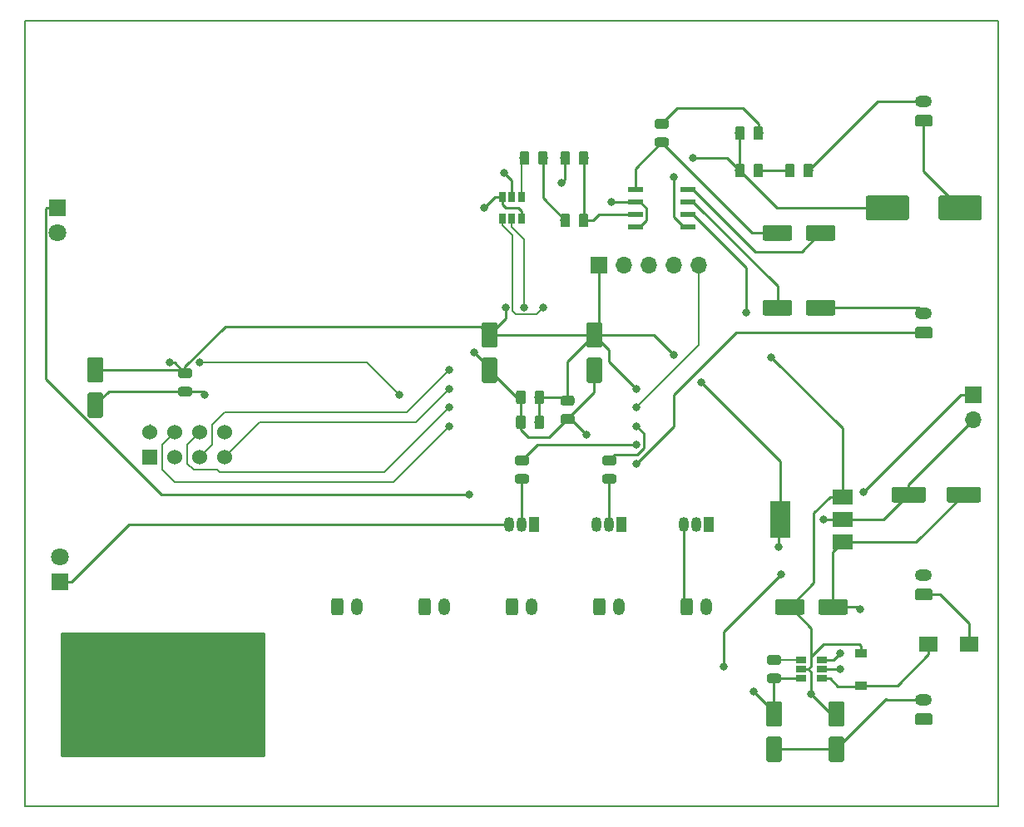
<source format=gbr>
%TF.GenerationSoftware,KiCad,Pcbnew,(5.0.0)*%
%TF.CreationDate,2019-06-06T16:06:28-05:00*%
%TF.ProjectId,Gun board,47756E20626F6172642E6B696361645F,rev?*%
%TF.SameCoordinates,Original*%
%TF.FileFunction,Copper,L1,Top,Signal*%
%TF.FilePolarity,Positive*%
%FSLAX46Y46*%
G04 Gerber Fmt 4.6, Leading zero omitted, Abs format (unit mm)*
G04 Created by KiCad (PCBNEW (5.0.0)) date 06/06/19 16:06:28*
%MOMM*%
%LPD*%
G01*
G04 APERTURE LIST*
%ADD10C,0.200000*%
%ADD11R,1.524000X1.524000*%
%ADD12C,1.524000*%
%ADD13C,0.100000*%
%ADD14C,1.200000*%
%ADD15O,1.750000X1.200000*%
%ADD16C,1.600000*%
%ADD17C,0.975000*%
%ADD18C,2.500000*%
%ADD19R,1.200000X0.900000*%
%ADD20C,1.800000*%
%ADD21R,1.800000X1.800000*%
%ADD22O,1.700000X1.700000*%
%ADD23R,1.700000X1.700000*%
%ADD24O,1.200000X1.750000*%
%ADD25O,1.050000X1.500000*%
%ADD26R,1.050000X1.500000*%
%ADD27R,1.060000X0.650000*%
%ADD28R,2.000000X3.800000*%
%ADD29R,2.000000X1.500000*%
%ADD30R,0.650000X1.060000*%
%ADD31R,1.900000X1.500000*%
%ADD32R,1.550000X0.600000*%
%ADD33C,0.800000*%
%ADD34C,0.250000*%
%ADD35C,0.152400*%
%ADD36C,0.254000*%
G04 APERTURE END LIST*
D10*
X200660000Y-101600000D02*
X200660000Y-21590000D01*
X101600000Y-21590000D02*
X101600000Y-101600000D01*
X200660000Y-21590000D02*
X101600000Y-21590000D01*
X101600000Y-101600000D02*
X200660000Y-101600000D01*
D11*
X114300000Y-66040000D03*
D12*
X114300000Y-63500000D03*
X116840000Y-66040000D03*
X116840000Y-63500000D03*
X119380000Y-66040000D03*
X119380000Y-63500000D03*
X121920000Y-66040000D03*
X121920000Y-63500000D03*
D13*
G36*
X193689505Y-92111204D02*
X193713773Y-92114804D01*
X193737572Y-92120765D01*
X193760671Y-92129030D01*
X193782850Y-92139520D01*
X193803893Y-92152132D01*
X193823599Y-92166747D01*
X193841777Y-92183223D01*
X193858253Y-92201401D01*
X193872868Y-92221107D01*
X193885480Y-92242150D01*
X193895970Y-92264329D01*
X193904235Y-92287428D01*
X193910196Y-92311227D01*
X193913796Y-92335495D01*
X193915000Y-92359999D01*
X193915000Y-93060001D01*
X193913796Y-93084505D01*
X193910196Y-93108773D01*
X193904235Y-93132572D01*
X193895970Y-93155671D01*
X193885480Y-93177850D01*
X193872868Y-93198893D01*
X193858253Y-93218599D01*
X193841777Y-93236777D01*
X193823599Y-93253253D01*
X193803893Y-93267868D01*
X193782850Y-93280480D01*
X193760671Y-93290970D01*
X193737572Y-93299235D01*
X193713773Y-93305196D01*
X193689505Y-93308796D01*
X193665001Y-93310000D01*
X192414999Y-93310000D01*
X192390495Y-93308796D01*
X192366227Y-93305196D01*
X192342428Y-93299235D01*
X192319329Y-93290970D01*
X192297150Y-93280480D01*
X192276107Y-93267868D01*
X192256401Y-93253253D01*
X192238223Y-93236777D01*
X192221747Y-93218599D01*
X192207132Y-93198893D01*
X192194520Y-93177850D01*
X192184030Y-93155671D01*
X192175765Y-93132572D01*
X192169804Y-93108773D01*
X192166204Y-93084505D01*
X192165000Y-93060001D01*
X192165000Y-92359999D01*
X192166204Y-92335495D01*
X192169804Y-92311227D01*
X192175765Y-92287428D01*
X192184030Y-92264329D01*
X192194520Y-92242150D01*
X192207132Y-92221107D01*
X192221747Y-92201401D01*
X192238223Y-92183223D01*
X192256401Y-92166747D01*
X192276107Y-92152132D01*
X192297150Y-92139520D01*
X192319329Y-92129030D01*
X192342428Y-92120765D01*
X192366227Y-92114804D01*
X192390495Y-92111204D01*
X192414999Y-92110000D01*
X193665001Y-92110000D01*
X193689505Y-92111204D01*
X193689505Y-92111204D01*
G37*
D14*
X193040000Y-92710000D03*
D15*
X193040000Y-90710000D03*
D13*
G36*
X180684504Y-80481204D02*
X180708773Y-80484804D01*
X180732571Y-80490765D01*
X180755671Y-80499030D01*
X180777849Y-80509520D01*
X180798893Y-80522133D01*
X180818598Y-80536747D01*
X180836777Y-80553223D01*
X180853253Y-80571402D01*
X180867867Y-80591107D01*
X180880480Y-80612151D01*
X180890970Y-80634329D01*
X180899235Y-80657429D01*
X180905196Y-80681227D01*
X180908796Y-80705496D01*
X180910000Y-80730000D01*
X180910000Y-81830000D01*
X180908796Y-81854504D01*
X180905196Y-81878773D01*
X180899235Y-81902571D01*
X180890970Y-81925671D01*
X180880480Y-81947849D01*
X180867867Y-81968893D01*
X180853253Y-81988598D01*
X180836777Y-82006777D01*
X180818598Y-82023253D01*
X180798893Y-82037867D01*
X180777849Y-82050480D01*
X180755671Y-82060970D01*
X180732571Y-82069235D01*
X180708773Y-82075196D01*
X180684504Y-82078796D01*
X180660000Y-82080000D01*
X178160000Y-82080000D01*
X178135496Y-82078796D01*
X178111227Y-82075196D01*
X178087429Y-82069235D01*
X178064329Y-82060970D01*
X178042151Y-82050480D01*
X178021107Y-82037867D01*
X178001402Y-82023253D01*
X177983223Y-82006777D01*
X177966747Y-81988598D01*
X177952133Y-81968893D01*
X177939520Y-81947849D01*
X177929030Y-81925671D01*
X177920765Y-81902571D01*
X177914804Y-81878773D01*
X177911204Y-81854504D01*
X177910000Y-81830000D01*
X177910000Y-80730000D01*
X177911204Y-80705496D01*
X177914804Y-80681227D01*
X177920765Y-80657429D01*
X177929030Y-80634329D01*
X177939520Y-80612151D01*
X177952133Y-80591107D01*
X177966747Y-80571402D01*
X177983223Y-80553223D01*
X178001402Y-80536747D01*
X178021107Y-80522133D01*
X178042151Y-80509520D01*
X178064329Y-80499030D01*
X178087429Y-80490765D01*
X178111227Y-80484804D01*
X178135496Y-80481204D01*
X178160000Y-80480000D01*
X180660000Y-80480000D01*
X180684504Y-80481204D01*
X180684504Y-80481204D01*
G37*
D16*
X179410000Y-81280000D03*
D13*
G36*
X185084504Y-80481204D02*
X185108773Y-80484804D01*
X185132571Y-80490765D01*
X185155671Y-80499030D01*
X185177849Y-80509520D01*
X185198893Y-80522133D01*
X185218598Y-80536747D01*
X185236777Y-80553223D01*
X185253253Y-80571402D01*
X185267867Y-80591107D01*
X185280480Y-80612151D01*
X185290970Y-80634329D01*
X185299235Y-80657429D01*
X185305196Y-80681227D01*
X185308796Y-80705496D01*
X185310000Y-80730000D01*
X185310000Y-81830000D01*
X185308796Y-81854504D01*
X185305196Y-81878773D01*
X185299235Y-81902571D01*
X185290970Y-81925671D01*
X185280480Y-81947849D01*
X185267867Y-81968893D01*
X185253253Y-81988598D01*
X185236777Y-82006777D01*
X185218598Y-82023253D01*
X185198893Y-82037867D01*
X185177849Y-82050480D01*
X185155671Y-82060970D01*
X185132571Y-82069235D01*
X185108773Y-82075196D01*
X185084504Y-82078796D01*
X185060000Y-82080000D01*
X182560000Y-82080000D01*
X182535496Y-82078796D01*
X182511227Y-82075196D01*
X182487429Y-82069235D01*
X182464329Y-82060970D01*
X182442151Y-82050480D01*
X182421107Y-82037867D01*
X182401402Y-82023253D01*
X182383223Y-82006777D01*
X182366747Y-81988598D01*
X182352133Y-81968893D01*
X182339520Y-81947849D01*
X182329030Y-81925671D01*
X182320765Y-81902571D01*
X182314804Y-81878773D01*
X182311204Y-81854504D01*
X182310000Y-81830000D01*
X182310000Y-80730000D01*
X182311204Y-80705496D01*
X182314804Y-80681227D01*
X182320765Y-80657429D01*
X182329030Y-80634329D01*
X182339520Y-80612151D01*
X182352133Y-80591107D01*
X182366747Y-80571402D01*
X182383223Y-80553223D01*
X182401402Y-80536747D01*
X182421107Y-80522133D01*
X182442151Y-80509520D01*
X182464329Y-80499030D01*
X182487429Y-80490765D01*
X182511227Y-80484804D01*
X182535496Y-80481204D01*
X182560000Y-80480000D01*
X185060000Y-80480000D01*
X185084504Y-80481204D01*
X185084504Y-80481204D01*
G37*
D16*
X183810000Y-81280000D03*
D13*
G36*
X178374504Y-90881204D02*
X178398773Y-90884804D01*
X178422571Y-90890765D01*
X178445671Y-90899030D01*
X178467849Y-90909520D01*
X178488893Y-90922133D01*
X178508598Y-90936747D01*
X178526777Y-90953223D01*
X178543253Y-90971402D01*
X178557867Y-90991107D01*
X178570480Y-91012151D01*
X178580970Y-91034329D01*
X178589235Y-91057429D01*
X178595196Y-91081227D01*
X178598796Y-91105496D01*
X178600000Y-91130000D01*
X178600000Y-93230000D01*
X178598796Y-93254504D01*
X178595196Y-93278773D01*
X178589235Y-93302571D01*
X178580970Y-93325671D01*
X178570480Y-93347849D01*
X178557867Y-93368893D01*
X178543253Y-93388598D01*
X178526777Y-93406777D01*
X178508598Y-93423253D01*
X178488893Y-93437867D01*
X178467849Y-93450480D01*
X178445671Y-93460970D01*
X178422571Y-93469235D01*
X178398773Y-93475196D01*
X178374504Y-93478796D01*
X178350000Y-93480000D01*
X177250000Y-93480000D01*
X177225496Y-93478796D01*
X177201227Y-93475196D01*
X177177429Y-93469235D01*
X177154329Y-93460970D01*
X177132151Y-93450480D01*
X177111107Y-93437867D01*
X177091402Y-93423253D01*
X177073223Y-93406777D01*
X177056747Y-93388598D01*
X177042133Y-93368893D01*
X177029520Y-93347849D01*
X177019030Y-93325671D01*
X177010765Y-93302571D01*
X177004804Y-93278773D01*
X177001204Y-93254504D01*
X177000000Y-93230000D01*
X177000000Y-91130000D01*
X177001204Y-91105496D01*
X177004804Y-91081227D01*
X177010765Y-91057429D01*
X177019030Y-91034329D01*
X177029520Y-91012151D01*
X177042133Y-90991107D01*
X177056747Y-90971402D01*
X177073223Y-90953223D01*
X177091402Y-90936747D01*
X177111107Y-90922133D01*
X177132151Y-90909520D01*
X177154329Y-90899030D01*
X177177429Y-90890765D01*
X177201227Y-90884804D01*
X177225496Y-90881204D01*
X177250000Y-90880000D01*
X178350000Y-90880000D01*
X178374504Y-90881204D01*
X178374504Y-90881204D01*
G37*
D16*
X177800000Y-92180000D03*
D13*
G36*
X178374504Y-94481204D02*
X178398773Y-94484804D01*
X178422571Y-94490765D01*
X178445671Y-94499030D01*
X178467849Y-94509520D01*
X178488893Y-94522133D01*
X178508598Y-94536747D01*
X178526777Y-94553223D01*
X178543253Y-94571402D01*
X178557867Y-94591107D01*
X178570480Y-94612151D01*
X178580970Y-94634329D01*
X178589235Y-94657429D01*
X178595196Y-94681227D01*
X178598796Y-94705496D01*
X178600000Y-94730000D01*
X178600000Y-96830000D01*
X178598796Y-96854504D01*
X178595196Y-96878773D01*
X178589235Y-96902571D01*
X178580970Y-96925671D01*
X178570480Y-96947849D01*
X178557867Y-96968893D01*
X178543253Y-96988598D01*
X178526777Y-97006777D01*
X178508598Y-97023253D01*
X178488893Y-97037867D01*
X178467849Y-97050480D01*
X178445671Y-97060970D01*
X178422571Y-97069235D01*
X178398773Y-97075196D01*
X178374504Y-97078796D01*
X178350000Y-97080000D01*
X177250000Y-97080000D01*
X177225496Y-97078796D01*
X177201227Y-97075196D01*
X177177429Y-97069235D01*
X177154329Y-97060970D01*
X177132151Y-97050480D01*
X177111107Y-97037867D01*
X177091402Y-97023253D01*
X177073223Y-97006777D01*
X177056747Y-96988598D01*
X177042133Y-96968893D01*
X177029520Y-96947849D01*
X177019030Y-96925671D01*
X177010765Y-96902571D01*
X177004804Y-96878773D01*
X177001204Y-96854504D01*
X177000000Y-96830000D01*
X177000000Y-94730000D01*
X177001204Y-94705496D01*
X177004804Y-94681227D01*
X177010765Y-94657429D01*
X177019030Y-94634329D01*
X177029520Y-94612151D01*
X177042133Y-94591107D01*
X177056747Y-94571402D01*
X177073223Y-94553223D01*
X177091402Y-94536747D01*
X177111107Y-94522133D01*
X177132151Y-94509520D01*
X177154329Y-94499030D01*
X177177429Y-94490765D01*
X177201227Y-94484804D01*
X177225496Y-94481204D01*
X177250000Y-94480000D01*
X178350000Y-94480000D01*
X178374504Y-94481204D01*
X178374504Y-94481204D01*
G37*
D16*
X177800000Y-95780000D03*
D13*
G36*
X193034504Y-69051204D02*
X193058773Y-69054804D01*
X193082571Y-69060765D01*
X193105671Y-69069030D01*
X193127849Y-69079520D01*
X193148893Y-69092133D01*
X193168598Y-69106747D01*
X193186777Y-69123223D01*
X193203253Y-69141402D01*
X193217867Y-69161107D01*
X193230480Y-69182151D01*
X193240970Y-69204329D01*
X193249235Y-69227429D01*
X193255196Y-69251227D01*
X193258796Y-69275496D01*
X193260000Y-69300000D01*
X193260000Y-70400000D01*
X193258796Y-70424504D01*
X193255196Y-70448773D01*
X193249235Y-70472571D01*
X193240970Y-70495671D01*
X193230480Y-70517849D01*
X193217867Y-70538893D01*
X193203253Y-70558598D01*
X193186777Y-70576777D01*
X193168598Y-70593253D01*
X193148893Y-70607867D01*
X193127849Y-70620480D01*
X193105671Y-70630970D01*
X193082571Y-70639235D01*
X193058773Y-70645196D01*
X193034504Y-70648796D01*
X193010000Y-70650000D01*
X190010000Y-70650000D01*
X189985496Y-70648796D01*
X189961227Y-70645196D01*
X189937429Y-70639235D01*
X189914329Y-70630970D01*
X189892151Y-70620480D01*
X189871107Y-70607867D01*
X189851402Y-70593253D01*
X189833223Y-70576777D01*
X189816747Y-70558598D01*
X189802133Y-70538893D01*
X189789520Y-70517849D01*
X189779030Y-70495671D01*
X189770765Y-70472571D01*
X189764804Y-70448773D01*
X189761204Y-70424504D01*
X189760000Y-70400000D01*
X189760000Y-69300000D01*
X189761204Y-69275496D01*
X189764804Y-69251227D01*
X189770765Y-69227429D01*
X189779030Y-69204329D01*
X189789520Y-69182151D01*
X189802133Y-69161107D01*
X189816747Y-69141402D01*
X189833223Y-69123223D01*
X189851402Y-69106747D01*
X189871107Y-69092133D01*
X189892151Y-69079520D01*
X189914329Y-69069030D01*
X189937429Y-69060765D01*
X189961227Y-69054804D01*
X189985496Y-69051204D01*
X190010000Y-69050000D01*
X193010000Y-69050000D01*
X193034504Y-69051204D01*
X193034504Y-69051204D01*
G37*
D16*
X191510000Y-69850000D03*
D13*
G36*
X198634504Y-69051204D02*
X198658773Y-69054804D01*
X198682571Y-69060765D01*
X198705671Y-69069030D01*
X198727849Y-69079520D01*
X198748893Y-69092133D01*
X198768598Y-69106747D01*
X198786777Y-69123223D01*
X198803253Y-69141402D01*
X198817867Y-69161107D01*
X198830480Y-69182151D01*
X198840970Y-69204329D01*
X198849235Y-69227429D01*
X198855196Y-69251227D01*
X198858796Y-69275496D01*
X198860000Y-69300000D01*
X198860000Y-70400000D01*
X198858796Y-70424504D01*
X198855196Y-70448773D01*
X198849235Y-70472571D01*
X198840970Y-70495671D01*
X198830480Y-70517849D01*
X198817867Y-70538893D01*
X198803253Y-70558598D01*
X198786777Y-70576777D01*
X198768598Y-70593253D01*
X198748893Y-70607867D01*
X198727849Y-70620480D01*
X198705671Y-70630970D01*
X198682571Y-70639235D01*
X198658773Y-70645196D01*
X198634504Y-70648796D01*
X198610000Y-70650000D01*
X195610000Y-70650000D01*
X195585496Y-70648796D01*
X195561227Y-70645196D01*
X195537429Y-70639235D01*
X195514329Y-70630970D01*
X195492151Y-70620480D01*
X195471107Y-70607867D01*
X195451402Y-70593253D01*
X195433223Y-70576777D01*
X195416747Y-70558598D01*
X195402133Y-70538893D01*
X195389520Y-70517849D01*
X195379030Y-70495671D01*
X195370765Y-70472571D01*
X195364804Y-70448773D01*
X195361204Y-70424504D01*
X195360000Y-70400000D01*
X195360000Y-69300000D01*
X195361204Y-69275496D01*
X195364804Y-69251227D01*
X195370765Y-69227429D01*
X195379030Y-69204329D01*
X195389520Y-69182151D01*
X195402133Y-69161107D01*
X195416747Y-69141402D01*
X195433223Y-69123223D01*
X195451402Y-69106747D01*
X195471107Y-69092133D01*
X195492151Y-69079520D01*
X195514329Y-69069030D01*
X195537429Y-69060765D01*
X195561227Y-69054804D01*
X195585496Y-69051204D01*
X195610000Y-69050000D01*
X198610000Y-69050000D01*
X198634504Y-69051204D01*
X198634504Y-69051204D01*
G37*
D16*
X197110000Y-69850000D03*
D13*
G36*
X179414504Y-50001204D02*
X179438773Y-50004804D01*
X179462571Y-50010765D01*
X179485671Y-50019030D01*
X179507849Y-50029520D01*
X179528893Y-50042133D01*
X179548598Y-50056747D01*
X179566777Y-50073223D01*
X179583253Y-50091402D01*
X179597867Y-50111107D01*
X179610480Y-50132151D01*
X179620970Y-50154329D01*
X179629235Y-50177429D01*
X179635196Y-50201227D01*
X179638796Y-50225496D01*
X179640000Y-50250000D01*
X179640000Y-51350000D01*
X179638796Y-51374504D01*
X179635196Y-51398773D01*
X179629235Y-51422571D01*
X179620970Y-51445671D01*
X179610480Y-51467849D01*
X179597867Y-51488893D01*
X179583253Y-51508598D01*
X179566777Y-51526777D01*
X179548598Y-51543253D01*
X179528893Y-51557867D01*
X179507849Y-51570480D01*
X179485671Y-51580970D01*
X179462571Y-51589235D01*
X179438773Y-51595196D01*
X179414504Y-51598796D01*
X179390000Y-51600000D01*
X176890000Y-51600000D01*
X176865496Y-51598796D01*
X176841227Y-51595196D01*
X176817429Y-51589235D01*
X176794329Y-51580970D01*
X176772151Y-51570480D01*
X176751107Y-51557867D01*
X176731402Y-51543253D01*
X176713223Y-51526777D01*
X176696747Y-51508598D01*
X176682133Y-51488893D01*
X176669520Y-51467849D01*
X176659030Y-51445671D01*
X176650765Y-51422571D01*
X176644804Y-51398773D01*
X176641204Y-51374504D01*
X176640000Y-51350000D01*
X176640000Y-50250000D01*
X176641204Y-50225496D01*
X176644804Y-50201227D01*
X176650765Y-50177429D01*
X176659030Y-50154329D01*
X176669520Y-50132151D01*
X176682133Y-50111107D01*
X176696747Y-50091402D01*
X176713223Y-50073223D01*
X176731402Y-50056747D01*
X176751107Y-50042133D01*
X176772151Y-50029520D01*
X176794329Y-50019030D01*
X176817429Y-50010765D01*
X176841227Y-50004804D01*
X176865496Y-50001204D01*
X176890000Y-50000000D01*
X179390000Y-50000000D01*
X179414504Y-50001204D01*
X179414504Y-50001204D01*
G37*
D16*
X178140000Y-50800000D03*
D13*
G36*
X183814504Y-50001204D02*
X183838773Y-50004804D01*
X183862571Y-50010765D01*
X183885671Y-50019030D01*
X183907849Y-50029520D01*
X183928893Y-50042133D01*
X183948598Y-50056747D01*
X183966777Y-50073223D01*
X183983253Y-50091402D01*
X183997867Y-50111107D01*
X184010480Y-50132151D01*
X184020970Y-50154329D01*
X184029235Y-50177429D01*
X184035196Y-50201227D01*
X184038796Y-50225496D01*
X184040000Y-50250000D01*
X184040000Y-51350000D01*
X184038796Y-51374504D01*
X184035196Y-51398773D01*
X184029235Y-51422571D01*
X184020970Y-51445671D01*
X184010480Y-51467849D01*
X183997867Y-51488893D01*
X183983253Y-51508598D01*
X183966777Y-51526777D01*
X183948598Y-51543253D01*
X183928893Y-51557867D01*
X183907849Y-51570480D01*
X183885671Y-51580970D01*
X183862571Y-51589235D01*
X183838773Y-51595196D01*
X183814504Y-51598796D01*
X183790000Y-51600000D01*
X181290000Y-51600000D01*
X181265496Y-51598796D01*
X181241227Y-51595196D01*
X181217429Y-51589235D01*
X181194329Y-51580970D01*
X181172151Y-51570480D01*
X181151107Y-51557867D01*
X181131402Y-51543253D01*
X181113223Y-51526777D01*
X181096747Y-51508598D01*
X181082133Y-51488893D01*
X181069520Y-51467849D01*
X181059030Y-51445671D01*
X181050765Y-51422571D01*
X181044804Y-51398773D01*
X181041204Y-51374504D01*
X181040000Y-51350000D01*
X181040000Y-50250000D01*
X181041204Y-50225496D01*
X181044804Y-50201227D01*
X181050765Y-50177429D01*
X181059030Y-50154329D01*
X181069520Y-50132151D01*
X181082133Y-50111107D01*
X181096747Y-50091402D01*
X181113223Y-50073223D01*
X181131402Y-50056747D01*
X181151107Y-50042133D01*
X181172151Y-50029520D01*
X181194329Y-50019030D01*
X181217429Y-50010765D01*
X181241227Y-50004804D01*
X181265496Y-50001204D01*
X181290000Y-50000000D01*
X183790000Y-50000000D01*
X183814504Y-50001204D01*
X183814504Y-50001204D01*
G37*
D16*
X182540000Y-50800000D03*
D13*
G36*
X184724504Y-94481204D02*
X184748773Y-94484804D01*
X184772571Y-94490765D01*
X184795671Y-94499030D01*
X184817849Y-94509520D01*
X184838893Y-94522133D01*
X184858598Y-94536747D01*
X184876777Y-94553223D01*
X184893253Y-94571402D01*
X184907867Y-94591107D01*
X184920480Y-94612151D01*
X184930970Y-94634329D01*
X184939235Y-94657429D01*
X184945196Y-94681227D01*
X184948796Y-94705496D01*
X184950000Y-94730000D01*
X184950000Y-96830000D01*
X184948796Y-96854504D01*
X184945196Y-96878773D01*
X184939235Y-96902571D01*
X184930970Y-96925671D01*
X184920480Y-96947849D01*
X184907867Y-96968893D01*
X184893253Y-96988598D01*
X184876777Y-97006777D01*
X184858598Y-97023253D01*
X184838893Y-97037867D01*
X184817849Y-97050480D01*
X184795671Y-97060970D01*
X184772571Y-97069235D01*
X184748773Y-97075196D01*
X184724504Y-97078796D01*
X184700000Y-97080000D01*
X183600000Y-97080000D01*
X183575496Y-97078796D01*
X183551227Y-97075196D01*
X183527429Y-97069235D01*
X183504329Y-97060970D01*
X183482151Y-97050480D01*
X183461107Y-97037867D01*
X183441402Y-97023253D01*
X183423223Y-97006777D01*
X183406747Y-96988598D01*
X183392133Y-96968893D01*
X183379520Y-96947849D01*
X183369030Y-96925671D01*
X183360765Y-96902571D01*
X183354804Y-96878773D01*
X183351204Y-96854504D01*
X183350000Y-96830000D01*
X183350000Y-94730000D01*
X183351204Y-94705496D01*
X183354804Y-94681227D01*
X183360765Y-94657429D01*
X183369030Y-94634329D01*
X183379520Y-94612151D01*
X183392133Y-94591107D01*
X183406747Y-94571402D01*
X183423223Y-94553223D01*
X183441402Y-94536747D01*
X183461107Y-94522133D01*
X183482151Y-94509520D01*
X183504329Y-94499030D01*
X183527429Y-94490765D01*
X183551227Y-94484804D01*
X183575496Y-94481204D01*
X183600000Y-94480000D01*
X184700000Y-94480000D01*
X184724504Y-94481204D01*
X184724504Y-94481204D01*
G37*
D16*
X184150000Y-95780000D03*
D13*
G36*
X184724504Y-90881204D02*
X184748773Y-90884804D01*
X184772571Y-90890765D01*
X184795671Y-90899030D01*
X184817849Y-90909520D01*
X184838893Y-90922133D01*
X184858598Y-90936747D01*
X184876777Y-90953223D01*
X184893253Y-90971402D01*
X184907867Y-90991107D01*
X184920480Y-91012151D01*
X184930970Y-91034329D01*
X184939235Y-91057429D01*
X184945196Y-91081227D01*
X184948796Y-91105496D01*
X184950000Y-91130000D01*
X184950000Y-93230000D01*
X184948796Y-93254504D01*
X184945196Y-93278773D01*
X184939235Y-93302571D01*
X184930970Y-93325671D01*
X184920480Y-93347849D01*
X184907867Y-93368893D01*
X184893253Y-93388598D01*
X184876777Y-93406777D01*
X184858598Y-93423253D01*
X184838893Y-93437867D01*
X184817849Y-93450480D01*
X184795671Y-93460970D01*
X184772571Y-93469235D01*
X184748773Y-93475196D01*
X184724504Y-93478796D01*
X184700000Y-93480000D01*
X183600000Y-93480000D01*
X183575496Y-93478796D01*
X183551227Y-93475196D01*
X183527429Y-93469235D01*
X183504329Y-93460970D01*
X183482151Y-93450480D01*
X183461107Y-93437867D01*
X183441402Y-93423253D01*
X183423223Y-93406777D01*
X183406747Y-93388598D01*
X183392133Y-93368893D01*
X183379520Y-93347849D01*
X183369030Y-93325671D01*
X183360765Y-93302571D01*
X183354804Y-93278773D01*
X183351204Y-93254504D01*
X183350000Y-93230000D01*
X183350000Y-91130000D01*
X183351204Y-91105496D01*
X183354804Y-91081227D01*
X183360765Y-91057429D01*
X183369030Y-91034329D01*
X183379520Y-91012151D01*
X183392133Y-90991107D01*
X183406747Y-90971402D01*
X183423223Y-90953223D01*
X183441402Y-90936747D01*
X183461107Y-90922133D01*
X183482151Y-90909520D01*
X183504329Y-90899030D01*
X183527429Y-90890765D01*
X183551227Y-90884804D01*
X183575496Y-90881204D01*
X183600000Y-90880000D01*
X184700000Y-90880000D01*
X184724504Y-90881204D01*
X184724504Y-90881204D01*
G37*
D16*
X184150000Y-92180000D03*
D13*
G36*
X154177992Y-59235364D02*
X154201653Y-59238874D01*
X154224857Y-59244686D01*
X154247379Y-59252744D01*
X154269003Y-59262972D01*
X154289520Y-59275269D01*
X154308733Y-59289519D01*
X154326457Y-59305583D01*
X154342521Y-59323307D01*
X154356771Y-59342520D01*
X154369068Y-59363037D01*
X154379296Y-59384661D01*
X154387354Y-59407183D01*
X154393166Y-59430387D01*
X154396676Y-59454048D01*
X154397850Y-59477940D01*
X154397850Y-60390440D01*
X154396676Y-60414332D01*
X154393166Y-60437993D01*
X154387354Y-60461197D01*
X154379296Y-60483719D01*
X154369068Y-60505343D01*
X154356771Y-60525860D01*
X154342521Y-60545073D01*
X154326457Y-60562797D01*
X154308733Y-60578861D01*
X154289520Y-60593111D01*
X154269003Y-60605408D01*
X154247379Y-60615636D01*
X154224857Y-60623694D01*
X154201653Y-60629506D01*
X154177992Y-60633016D01*
X154154100Y-60634190D01*
X153666600Y-60634190D01*
X153642708Y-60633016D01*
X153619047Y-60629506D01*
X153595843Y-60623694D01*
X153573321Y-60615636D01*
X153551697Y-60605408D01*
X153531180Y-60593111D01*
X153511967Y-60578861D01*
X153494243Y-60562797D01*
X153478179Y-60545073D01*
X153463929Y-60525860D01*
X153451632Y-60505343D01*
X153441404Y-60483719D01*
X153433346Y-60461197D01*
X153427534Y-60437993D01*
X153424024Y-60414332D01*
X153422850Y-60390440D01*
X153422850Y-59477940D01*
X153424024Y-59454048D01*
X153427534Y-59430387D01*
X153433346Y-59407183D01*
X153441404Y-59384661D01*
X153451632Y-59363037D01*
X153463929Y-59342520D01*
X153478179Y-59323307D01*
X153494243Y-59305583D01*
X153511967Y-59289519D01*
X153531180Y-59275269D01*
X153551697Y-59262972D01*
X153573321Y-59252744D01*
X153595843Y-59244686D01*
X153619047Y-59238874D01*
X153642708Y-59235364D01*
X153666600Y-59234190D01*
X154154100Y-59234190D01*
X154177992Y-59235364D01*
X154177992Y-59235364D01*
G37*
D17*
X153910350Y-59934190D03*
D13*
G36*
X152302992Y-59235364D02*
X152326653Y-59238874D01*
X152349857Y-59244686D01*
X152372379Y-59252744D01*
X152394003Y-59262972D01*
X152414520Y-59275269D01*
X152433733Y-59289519D01*
X152451457Y-59305583D01*
X152467521Y-59323307D01*
X152481771Y-59342520D01*
X152494068Y-59363037D01*
X152504296Y-59384661D01*
X152512354Y-59407183D01*
X152518166Y-59430387D01*
X152521676Y-59454048D01*
X152522850Y-59477940D01*
X152522850Y-60390440D01*
X152521676Y-60414332D01*
X152518166Y-60437993D01*
X152512354Y-60461197D01*
X152504296Y-60483719D01*
X152494068Y-60505343D01*
X152481771Y-60525860D01*
X152467521Y-60545073D01*
X152451457Y-60562797D01*
X152433733Y-60578861D01*
X152414520Y-60593111D01*
X152394003Y-60605408D01*
X152372379Y-60615636D01*
X152349857Y-60623694D01*
X152326653Y-60629506D01*
X152302992Y-60633016D01*
X152279100Y-60634190D01*
X151791600Y-60634190D01*
X151767708Y-60633016D01*
X151744047Y-60629506D01*
X151720843Y-60623694D01*
X151698321Y-60615636D01*
X151676697Y-60605408D01*
X151656180Y-60593111D01*
X151636967Y-60578861D01*
X151619243Y-60562797D01*
X151603179Y-60545073D01*
X151588929Y-60525860D01*
X151576632Y-60505343D01*
X151566404Y-60483719D01*
X151558346Y-60461197D01*
X151552534Y-60437993D01*
X151549024Y-60414332D01*
X151547850Y-60390440D01*
X151547850Y-59477940D01*
X151549024Y-59454048D01*
X151552534Y-59430387D01*
X151558346Y-59407183D01*
X151566404Y-59384661D01*
X151576632Y-59363037D01*
X151588929Y-59342520D01*
X151603179Y-59323307D01*
X151619243Y-59305583D01*
X151636967Y-59289519D01*
X151656180Y-59275269D01*
X151676697Y-59262972D01*
X151698321Y-59252744D01*
X151720843Y-59244686D01*
X151744047Y-59238874D01*
X151767708Y-59235364D01*
X151791600Y-59234190D01*
X152279100Y-59234190D01*
X152302992Y-59235364D01*
X152302992Y-59235364D01*
G37*
D17*
X152035350Y-59934190D03*
D13*
G36*
X152302992Y-61775364D02*
X152326653Y-61778874D01*
X152349857Y-61784686D01*
X152372379Y-61792744D01*
X152394003Y-61802972D01*
X152414520Y-61815269D01*
X152433733Y-61829519D01*
X152451457Y-61845583D01*
X152467521Y-61863307D01*
X152481771Y-61882520D01*
X152494068Y-61903037D01*
X152504296Y-61924661D01*
X152512354Y-61947183D01*
X152518166Y-61970387D01*
X152521676Y-61994048D01*
X152522850Y-62017940D01*
X152522850Y-62930440D01*
X152521676Y-62954332D01*
X152518166Y-62977993D01*
X152512354Y-63001197D01*
X152504296Y-63023719D01*
X152494068Y-63045343D01*
X152481771Y-63065860D01*
X152467521Y-63085073D01*
X152451457Y-63102797D01*
X152433733Y-63118861D01*
X152414520Y-63133111D01*
X152394003Y-63145408D01*
X152372379Y-63155636D01*
X152349857Y-63163694D01*
X152326653Y-63169506D01*
X152302992Y-63173016D01*
X152279100Y-63174190D01*
X151791600Y-63174190D01*
X151767708Y-63173016D01*
X151744047Y-63169506D01*
X151720843Y-63163694D01*
X151698321Y-63155636D01*
X151676697Y-63145408D01*
X151656180Y-63133111D01*
X151636967Y-63118861D01*
X151619243Y-63102797D01*
X151603179Y-63085073D01*
X151588929Y-63065860D01*
X151576632Y-63045343D01*
X151566404Y-63023719D01*
X151558346Y-63001197D01*
X151552534Y-62977993D01*
X151549024Y-62954332D01*
X151547850Y-62930440D01*
X151547850Y-62017940D01*
X151549024Y-61994048D01*
X151552534Y-61970387D01*
X151558346Y-61947183D01*
X151566404Y-61924661D01*
X151576632Y-61903037D01*
X151588929Y-61882520D01*
X151603179Y-61863307D01*
X151619243Y-61845583D01*
X151636967Y-61829519D01*
X151656180Y-61815269D01*
X151676697Y-61802972D01*
X151698321Y-61792744D01*
X151720843Y-61784686D01*
X151744047Y-61778874D01*
X151767708Y-61775364D01*
X151791600Y-61774190D01*
X152279100Y-61774190D01*
X152302992Y-61775364D01*
X152302992Y-61775364D01*
G37*
D17*
X152035350Y-62474190D03*
D13*
G36*
X154177992Y-61775364D02*
X154201653Y-61778874D01*
X154224857Y-61784686D01*
X154247379Y-61792744D01*
X154269003Y-61802972D01*
X154289520Y-61815269D01*
X154308733Y-61829519D01*
X154326457Y-61845583D01*
X154342521Y-61863307D01*
X154356771Y-61882520D01*
X154369068Y-61903037D01*
X154379296Y-61924661D01*
X154387354Y-61947183D01*
X154393166Y-61970387D01*
X154396676Y-61994048D01*
X154397850Y-62017940D01*
X154397850Y-62930440D01*
X154396676Y-62954332D01*
X154393166Y-62977993D01*
X154387354Y-63001197D01*
X154379296Y-63023719D01*
X154369068Y-63045343D01*
X154356771Y-63065860D01*
X154342521Y-63085073D01*
X154326457Y-63102797D01*
X154308733Y-63118861D01*
X154289520Y-63133111D01*
X154269003Y-63145408D01*
X154247379Y-63155636D01*
X154224857Y-63163694D01*
X154201653Y-63169506D01*
X154177992Y-63173016D01*
X154154100Y-63174190D01*
X153666600Y-63174190D01*
X153642708Y-63173016D01*
X153619047Y-63169506D01*
X153595843Y-63163694D01*
X153573321Y-63155636D01*
X153551697Y-63145408D01*
X153531180Y-63133111D01*
X153511967Y-63118861D01*
X153494243Y-63102797D01*
X153478179Y-63085073D01*
X153463929Y-63065860D01*
X153451632Y-63045343D01*
X153441404Y-63023719D01*
X153433346Y-63001197D01*
X153427534Y-62977993D01*
X153424024Y-62954332D01*
X153422850Y-62930440D01*
X153422850Y-62017940D01*
X153424024Y-61994048D01*
X153427534Y-61970387D01*
X153433346Y-61947183D01*
X153441404Y-61924661D01*
X153451632Y-61903037D01*
X153463929Y-61882520D01*
X153478179Y-61863307D01*
X153494243Y-61845583D01*
X153511967Y-61829519D01*
X153531180Y-61815269D01*
X153551697Y-61802972D01*
X153573321Y-61792744D01*
X153595843Y-61784686D01*
X153619047Y-61778874D01*
X153642708Y-61775364D01*
X153666600Y-61774190D01*
X154154100Y-61774190D01*
X154177992Y-61775364D01*
X154177992Y-61775364D01*
G37*
D17*
X153910350Y-62474190D03*
D13*
G36*
X160086504Y-52273204D02*
X160110773Y-52276804D01*
X160134571Y-52282765D01*
X160157671Y-52291030D01*
X160179849Y-52301520D01*
X160200893Y-52314133D01*
X160220598Y-52328747D01*
X160238777Y-52345223D01*
X160255253Y-52363402D01*
X160269867Y-52383107D01*
X160282480Y-52404151D01*
X160292970Y-52426329D01*
X160301235Y-52449429D01*
X160307196Y-52473227D01*
X160310796Y-52497496D01*
X160312000Y-52522000D01*
X160312000Y-54622000D01*
X160310796Y-54646504D01*
X160307196Y-54670773D01*
X160301235Y-54694571D01*
X160292970Y-54717671D01*
X160282480Y-54739849D01*
X160269867Y-54760893D01*
X160255253Y-54780598D01*
X160238777Y-54798777D01*
X160220598Y-54815253D01*
X160200893Y-54829867D01*
X160179849Y-54842480D01*
X160157671Y-54852970D01*
X160134571Y-54861235D01*
X160110773Y-54867196D01*
X160086504Y-54870796D01*
X160062000Y-54872000D01*
X158962000Y-54872000D01*
X158937496Y-54870796D01*
X158913227Y-54867196D01*
X158889429Y-54861235D01*
X158866329Y-54852970D01*
X158844151Y-54842480D01*
X158823107Y-54829867D01*
X158803402Y-54815253D01*
X158785223Y-54798777D01*
X158768747Y-54780598D01*
X158754133Y-54760893D01*
X158741520Y-54739849D01*
X158731030Y-54717671D01*
X158722765Y-54694571D01*
X158716804Y-54670773D01*
X158713204Y-54646504D01*
X158712000Y-54622000D01*
X158712000Y-52522000D01*
X158713204Y-52497496D01*
X158716804Y-52473227D01*
X158722765Y-52449429D01*
X158731030Y-52426329D01*
X158741520Y-52404151D01*
X158754133Y-52383107D01*
X158768747Y-52363402D01*
X158785223Y-52345223D01*
X158803402Y-52328747D01*
X158823107Y-52314133D01*
X158844151Y-52301520D01*
X158866329Y-52291030D01*
X158889429Y-52282765D01*
X158913227Y-52276804D01*
X158937496Y-52273204D01*
X158962000Y-52272000D01*
X160062000Y-52272000D01*
X160086504Y-52273204D01*
X160086504Y-52273204D01*
G37*
D16*
X159512000Y-53572000D03*
D13*
G36*
X160086504Y-55873204D02*
X160110773Y-55876804D01*
X160134571Y-55882765D01*
X160157671Y-55891030D01*
X160179849Y-55901520D01*
X160200893Y-55914133D01*
X160220598Y-55928747D01*
X160238777Y-55945223D01*
X160255253Y-55963402D01*
X160269867Y-55983107D01*
X160282480Y-56004151D01*
X160292970Y-56026329D01*
X160301235Y-56049429D01*
X160307196Y-56073227D01*
X160310796Y-56097496D01*
X160312000Y-56122000D01*
X160312000Y-58222000D01*
X160310796Y-58246504D01*
X160307196Y-58270773D01*
X160301235Y-58294571D01*
X160292970Y-58317671D01*
X160282480Y-58339849D01*
X160269867Y-58360893D01*
X160255253Y-58380598D01*
X160238777Y-58398777D01*
X160220598Y-58415253D01*
X160200893Y-58429867D01*
X160179849Y-58442480D01*
X160157671Y-58452970D01*
X160134571Y-58461235D01*
X160110773Y-58467196D01*
X160086504Y-58470796D01*
X160062000Y-58472000D01*
X158962000Y-58472000D01*
X158937496Y-58470796D01*
X158913227Y-58467196D01*
X158889429Y-58461235D01*
X158866329Y-58452970D01*
X158844151Y-58442480D01*
X158823107Y-58429867D01*
X158803402Y-58415253D01*
X158785223Y-58398777D01*
X158768747Y-58380598D01*
X158754133Y-58360893D01*
X158741520Y-58339849D01*
X158731030Y-58317671D01*
X158722765Y-58294571D01*
X158716804Y-58270773D01*
X158713204Y-58246504D01*
X158712000Y-58222000D01*
X158712000Y-56122000D01*
X158713204Y-56097496D01*
X158716804Y-56073227D01*
X158722765Y-56049429D01*
X158731030Y-56026329D01*
X158741520Y-56004151D01*
X158754133Y-55983107D01*
X158768747Y-55963402D01*
X158785223Y-55945223D01*
X158803402Y-55928747D01*
X158823107Y-55914133D01*
X158844151Y-55901520D01*
X158866329Y-55891030D01*
X158889429Y-55882765D01*
X158913227Y-55876804D01*
X158937496Y-55873204D01*
X158962000Y-55872000D01*
X160062000Y-55872000D01*
X160086504Y-55873204D01*
X160086504Y-55873204D01*
G37*
D16*
X159512000Y-57172000D03*
D13*
G36*
X157262992Y-59780364D02*
X157286653Y-59783874D01*
X157309857Y-59789686D01*
X157332379Y-59797744D01*
X157354003Y-59807972D01*
X157374520Y-59820269D01*
X157393733Y-59834519D01*
X157411457Y-59850583D01*
X157427521Y-59868307D01*
X157441771Y-59887520D01*
X157454068Y-59908037D01*
X157464296Y-59929661D01*
X157472354Y-59952183D01*
X157478166Y-59975387D01*
X157481676Y-59999048D01*
X157482850Y-60022940D01*
X157482850Y-60510440D01*
X157481676Y-60534332D01*
X157478166Y-60557993D01*
X157472354Y-60581197D01*
X157464296Y-60603719D01*
X157454068Y-60625343D01*
X157441771Y-60645860D01*
X157427521Y-60665073D01*
X157411457Y-60682797D01*
X157393733Y-60698861D01*
X157374520Y-60713111D01*
X157354003Y-60725408D01*
X157332379Y-60735636D01*
X157309857Y-60743694D01*
X157286653Y-60749506D01*
X157262992Y-60753016D01*
X157239100Y-60754190D01*
X156326600Y-60754190D01*
X156302708Y-60753016D01*
X156279047Y-60749506D01*
X156255843Y-60743694D01*
X156233321Y-60735636D01*
X156211697Y-60725408D01*
X156191180Y-60713111D01*
X156171967Y-60698861D01*
X156154243Y-60682797D01*
X156138179Y-60665073D01*
X156123929Y-60645860D01*
X156111632Y-60625343D01*
X156101404Y-60603719D01*
X156093346Y-60581197D01*
X156087534Y-60557993D01*
X156084024Y-60534332D01*
X156082850Y-60510440D01*
X156082850Y-60022940D01*
X156084024Y-59999048D01*
X156087534Y-59975387D01*
X156093346Y-59952183D01*
X156101404Y-59929661D01*
X156111632Y-59908037D01*
X156123929Y-59887520D01*
X156138179Y-59868307D01*
X156154243Y-59850583D01*
X156171967Y-59834519D01*
X156191180Y-59820269D01*
X156211697Y-59807972D01*
X156233321Y-59797744D01*
X156255843Y-59789686D01*
X156279047Y-59783874D01*
X156302708Y-59780364D01*
X156326600Y-59779190D01*
X157239100Y-59779190D01*
X157262992Y-59780364D01*
X157262992Y-59780364D01*
G37*
D17*
X156782850Y-60266690D03*
D13*
G36*
X157262992Y-61655364D02*
X157286653Y-61658874D01*
X157309857Y-61664686D01*
X157332379Y-61672744D01*
X157354003Y-61682972D01*
X157374520Y-61695269D01*
X157393733Y-61709519D01*
X157411457Y-61725583D01*
X157427521Y-61743307D01*
X157441771Y-61762520D01*
X157454068Y-61783037D01*
X157464296Y-61804661D01*
X157472354Y-61827183D01*
X157478166Y-61850387D01*
X157481676Y-61874048D01*
X157482850Y-61897940D01*
X157482850Y-62385440D01*
X157481676Y-62409332D01*
X157478166Y-62432993D01*
X157472354Y-62456197D01*
X157464296Y-62478719D01*
X157454068Y-62500343D01*
X157441771Y-62520860D01*
X157427521Y-62540073D01*
X157411457Y-62557797D01*
X157393733Y-62573861D01*
X157374520Y-62588111D01*
X157354003Y-62600408D01*
X157332379Y-62610636D01*
X157309857Y-62618694D01*
X157286653Y-62624506D01*
X157262992Y-62628016D01*
X157239100Y-62629190D01*
X156326600Y-62629190D01*
X156302708Y-62628016D01*
X156279047Y-62624506D01*
X156255843Y-62618694D01*
X156233321Y-62610636D01*
X156211697Y-62600408D01*
X156191180Y-62588111D01*
X156171967Y-62573861D01*
X156154243Y-62557797D01*
X156138179Y-62540073D01*
X156123929Y-62520860D01*
X156111632Y-62500343D01*
X156101404Y-62478719D01*
X156093346Y-62456197D01*
X156087534Y-62432993D01*
X156084024Y-62409332D01*
X156082850Y-62385440D01*
X156082850Y-61897940D01*
X156084024Y-61874048D01*
X156087534Y-61850387D01*
X156093346Y-61827183D01*
X156101404Y-61804661D01*
X156111632Y-61783037D01*
X156123929Y-61762520D01*
X156138179Y-61743307D01*
X156154243Y-61725583D01*
X156171967Y-61709519D01*
X156191180Y-61695269D01*
X156211697Y-61682972D01*
X156233321Y-61672744D01*
X156255843Y-61664686D01*
X156279047Y-61658874D01*
X156302708Y-61655364D01*
X156326600Y-61654190D01*
X157239100Y-61654190D01*
X157262992Y-61655364D01*
X157262992Y-61655364D01*
G37*
D17*
X156782850Y-62141690D03*
D13*
G36*
X149418504Y-55873204D02*
X149442773Y-55876804D01*
X149466571Y-55882765D01*
X149489671Y-55891030D01*
X149511849Y-55901520D01*
X149532893Y-55914133D01*
X149552598Y-55928747D01*
X149570777Y-55945223D01*
X149587253Y-55963402D01*
X149601867Y-55983107D01*
X149614480Y-56004151D01*
X149624970Y-56026329D01*
X149633235Y-56049429D01*
X149639196Y-56073227D01*
X149642796Y-56097496D01*
X149644000Y-56122000D01*
X149644000Y-58222000D01*
X149642796Y-58246504D01*
X149639196Y-58270773D01*
X149633235Y-58294571D01*
X149624970Y-58317671D01*
X149614480Y-58339849D01*
X149601867Y-58360893D01*
X149587253Y-58380598D01*
X149570777Y-58398777D01*
X149552598Y-58415253D01*
X149532893Y-58429867D01*
X149511849Y-58442480D01*
X149489671Y-58452970D01*
X149466571Y-58461235D01*
X149442773Y-58467196D01*
X149418504Y-58470796D01*
X149394000Y-58472000D01*
X148294000Y-58472000D01*
X148269496Y-58470796D01*
X148245227Y-58467196D01*
X148221429Y-58461235D01*
X148198329Y-58452970D01*
X148176151Y-58442480D01*
X148155107Y-58429867D01*
X148135402Y-58415253D01*
X148117223Y-58398777D01*
X148100747Y-58380598D01*
X148086133Y-58360893D01*
X148073520Y-58339849D01*
X148063030Y-58317671D01*
X148054765Y-58294571D01*
X148048804Y-58270773D01*
X148045204Y-58246504D01*
X148044000Y-58222000D01*
X148044000Y-56122000D01*
X148045204Y-56097496D01*
X148048804Y-56073227D01*
X148054765Y-56049429D01*
X148063030Y-56026329D01*
X148073520Y-56004151D01*
X148086133Y-55983107D01*
X148100747Y-55963402D01*
X148117223Y-55945223D01*
X148135402Y-55928747D01*
X148155107Y-55914133D01*
X148176151Y-55901520D01*
X148198329Y-55891030D01*
X148221429Y-55882765D01*
X148245227Y-55876804D01*
X148269496Y-55873204D01*
X148294000Y-55872000D01*
X149394000Y-55872000D01*
X149418504Y-55873204D01*
X149418504Y-55873204D01*
G37*
D16*
X148844000Y-57172000D03*
D13*
G36*
X149418504Y-52273204D02*
X149442773Y-52276804D01*
X149466571Y-52282765D01*
X149489671Y-52291030D01*
X149511849Y-52301520D01*
X149532893Y-52314133D01*
X149552598Y-52328747D01*
X149570777Y-52345223D01*
X149587253Y-52363402D01*
X149601867Y-52383107D01*
X149614480Y-52404151D01*
X149624970Y-52426329D01*
X149633235Y-52449429D01*
X149639196Y-52473227D01*
X149642796Y-52497496D01*
X149644000Y-52522000D01*
X149644000Y-54622000D01*
X149642796Y-54646504D01*
X149639196Y-54670773D01*
X149633235Y-54694571D01*
X149624970Y-54717671D01*
X149614480Y-54739849D01*
X149601867Y-54760893D01*
X149587253Y-54780598D01*
X149570777Y-54798777D01*
X149552598Y-54815253D01*
X149532893Y-54829867D01*
X149511849Y-54842480D01*
X149489671Y-54852970D01*
X149466571Y-54861235D01*
X149442773Y-54867196D01*
X149418504Y-54870796D01*
X149394000Y-54872000D01*
X148294000Y-54872000D01*
X148269496Y-54870796D01*
X148245227Y-54867196D01*
X148221429Y-54861235D01*
X148198329Y-54852970D01*
X148176151Y-54842480D01*
X148155107Y-54829867D01*
X148135402Y-54815253D01*
X148117223Y-54798777D01*
X148100747Y-54780598D01*
X148086133Y-54760893D01*
X148073520Y-54739849D01*
X148063030Y-54717671D01*
X148054765Y-54694571D01*
X148048804Y-54670773D01*
X148045204Y-54646504D01*
X148044000Y-54622000D01*
X148044000Y-52522000D01*
X148045204Y-52497496D01*
X148048804Y-52473227D01*
X148054765Y-52449429D01*
X148063030Y-52426329D01*
X148073520Y-52404151D01*
X148086133Y-52383107D01*
X148100747Y-52363402D01*
X148117223Y-52345223D01*
X148135402Y-52328747D01*
X148155107Y-52314133D01*
X148176151Y-52301520D01*
X148198329Y-52291030D01*
X148221429Y-52282765D01*
X148245227Y-52276804D01*
X148269496Y-52273204D01*
X148294000Y-52272000D01*
X149394000Y-52272000D01*
X149418504Y-52273204D01*
X149418504Y-52273204D01*
G37*
D16*
X148844000Y-53572000D03*
D13*
G36*
X176465142Y-36131174D02*
X176488803Y-36134684D01*
X176512007Y-36140496D01*
X176534529Y-36148554D01*
X176556153Y-36158782D01*
X176576670Y-36171079D01*
X176595883Y-36185329D01*
X176613607Y-36201393D01*
X176629671Y-36219117D01*
X176643921Y-36238330D01*
X176656218Y-36258847D01*
X176666446Y-36280471D01*
X176674504Y-36302993D01*
X176680316Y-36326197D01*
X176683826Y-36349858D01*
X176685000Y-36373750D01*
X176685000Y-37286250D01*
X176683826Y-37310142D01*
X176680316Y-37333803D01*
X176674504Y-37357007D01*
X176666446Y-37379529D01*
X176656218Y-37401153D01*
X176643921Y-37421670D01*
X176629671Y-37440883D01*
X176613607Y-37458607D01*
X176595883Y-37474671D01*
X176576670Y-37488921D01*
X176556153Y-37501218D01*
X176534529Y-37511446D01*
X176512007Y-37519504D01*
X176488803Y-37525316D01*
X176465142Y-37528826D01*
X176441250Y-37530000D01*
X175953750Y-37530000D01*
X175929858Y-37528826D01*
X175906197Y-37525316D01*
X175882993Y-37519504D01*
X175860471Y-37511446D01*
X175838847Y-37501218D01*
X175818330Y-37488921D01*
X175799117Y-37474671D01*
X175781393Y-37458607D01*
X175765329Y-37440883D01*
X175751079Y-37421670D01*
X175738782Y-37401153D01*
X175728554Y-37379529D01*
X175720496Y-37357007D01*
X175714684Y-37333803D01*
X175711174Y-37310142D01*
X175710000Y-37286250D01*
X175710000Y-36373750D01*
X175711174Y-36349858D01*
X175714684Y-36326197D01*
X175720496Y-36302993D01*
X175728554Y-36280471D01*
X175738782Y-36258847D01*
X175751079Y-36238330D01*
X175765329Y-36219117D01*
X175781393Y-36201393D01*
X175799117Y-36185329D01*
X175818330Y-36171079D01*
X175838847Y-36158782D01*
X175860471Y-36148554D01*
X175882993Y-36140496D01*
X175906197Y-36134684D01*
X175929858Y-36131174D01*
X175953750Y-36130000D01*
X176441250Y-36130000D01*
X176465142Y-36131174D01*
X176465142Y-36131174D01*
G37*
D17*
X176197500Y-36830000D03*
D13*
G36*
X174590142Y-36131174D02*
X174613803Y-36134684D01*
X174637007Y-36140496D01*
X174659529Y-36148554D01*
X174681153Y-36158782D01*
X174701670Y-36171079D01*
X174720883Y-36185329D01*
X174738607Y-36201393D01*
X174754671Y-36219117D01*
X174768921Y-36238330D01*
X174781218Y-36258847D01*
X174791446Y-36280471D01*
X174799504Y-36302993D01*
X174805316Y-36326197D01*
X174808826Y-36349858D01*
X174810000Y-36373750D01*
X174810000Y-37286250D01*
X174808826Y-37310142D01*
X174805316Y-37333803D01*
X174799504Y-37357007D01*
X174791446Y-37379529D01*
X174781218Y-37401153D01*
X174768921Y-37421670D01*
X174754671Y-37440883D01*
X174738607Y-37458607D01*
X174720883Y-37474671D01*
X174701670Y-37488921D01*
X174681153Y-37501218D01*
X174659529Y-37511446D01*
X174637007Y-37519504D01*
X174613803Y-37525316D01*
X174590142Y-37528826D01*
X174566250Y-37530000D01*
X174078750Y-37530000D01*
X174054858Y-37528826D01*
X174031197Y-37525316D01*
X174007993Y-37519504D01*
X173985471Y-37511446D01*
X173963847Y-37501218D01*
X173943330Y-37488921D01*
X173924117Y-37474671D01*
X173906393Y-37458607D01*
X173890329Y-37440883D01*
X173876079Y-37421670D01*
X173863782Y-37401153D01*
X173853554Y-37379529D01*
X173845496Y-37357007D01*
X173839684Y-37333803D01*
X173836174Y-37310142D01*
X173835000Y-37286250D01*
X173835000Y-36373750D01*
X173836174Y-36349858D01*
X173839684Y-36326197D01*
X173845496Y-36302993D01*
X173853554Y-36280471D01*
X173863782Y-36258847D01*
X173876079Y-36238330D01*
X173890329Y-36219117D01*
X173906393Y-36201393D01*
X173924117Y-36185329D01*
X173943330Y-36171079D01*
X173963847Y-36158782D01*
X173985471Y-36148554D01*
X174007993Y-36140496D01*
X174031197Y-36134684D01*
X174054858Y-36131174D01*
X174078750Y-36130000D01*
X174566250Y-36130000D01*
X174590142Y-36131174D01*
X174590142Y-36131174D01*
G37*
D17*
X174322500Y-36830000D03*
D13*
G36*
X191314504Y-39391204D02*
X191338773Y-39394804D01*
X191362571Y-39400765D01*
X191385671Y-39409030D01*
X191407849Y-39419520D01*
X191428893Y-39432133D01*
X191448598Y-39446747D01*
X191466777Y-39463223D01*
X191483253Y-39481402D01*
X191497867Y-39501107D01*
X191510480Y-39522151D01*
X191520970Y-39544329D01*
X191529235Y-39567429D01*
X191535196Y-39591227D01*
X191538796Y-39615496D01*
X191540000Y-39640000D01*
X191540000Y-41640000D01*
X191538796Y-41664504D01*
X191535196Y-41688773D01*
X191529235Y-41712571D01*
X191520970Y-41735671D01*
X191510480Y-41757849D01*
X191497867Y-41778893D01*
X191483253Y-41798598D01*
X191466777Y-41816777D01*
X191448598Y-41833253D01*
X191428893Y-41847867D01*
X191407849Y-41860480D01*
X191385671Y-41870970D01*
X191362571Y-41879235D01*
X191338773Y-41885196D01*
X191314504Y-41888796D01*
X191290000Y-41890000D01*
X187390000Y-41890000D01*
X187365496Y-41888796D01*
X187341227Y-41885196D01*
X187317429Y-41879235D01*
X187294329Y-41870970D01*
X187272151Y-41860480D01*
X187251107Y-41847867D01*
X187231402Y-41833253D01*
X187213223Y-41816777D01*
X187196747Y-41798598D01*
X187182133Y-41778893D01*
X187169520Y-41757849D01*
X187159030Y-41735671D01*
X187150765Y-41712571D01*
X187144804Y-41688773D01*
X187141204Y-41664504D01*
X187140000Y-41640000D01*
X187140000Y-39640000D01*
X187141204Y-39615496D01*
X187144804Y-39591227D01*
X187150765Y-39567429D01*
X187159030Y-39544329D01*
X187169520Y-39522151D01*
X187182133Y-39501107D01*
X187196747Y-39481402D01*
X187213223Y-39463223D01*
X187231402Y-39446747D01*
X187251107Y-39432133D01*
X187272151Y-39419520D01*
X187294329Y-39409030D01*
X187317429Y-39400765D01*
X187341227Y-39394804D01*
X187365496Y-39391204D01*
X187390000Y-39390000D01*
X191290000Y-39390000D01*
X191314504Y-39391204D01*
X191314504Y-39391204D01*
G37*
D18*
X189340000Y-40640000D03*
D13*
G36*
X198714504Y-39391204D02*
X198738773Y-39394804D01*
X198762571Y-39400765D01*
X198785671Y-39409030D01*
X198807849Y-39419520D01*
X198828893Y-39432133D01*
X198848598Y-39446747D01*
X198866777Y-39463223D01*
X198883253Y-39481402D01*
X198897867Y-39501107D01*
X198910480Y-39522151D01*
X198920970Y-39544329D01*
X198929235Y-39567429D01*
X198935196Y-39591227D01*
X198938796Y-39615496D01*
X198940000Y-39640000D01*
X198940000Y-41640000D01*
X198938796Y-41664504D01*
X198935196Y-41688773D01*
X198929235Y-41712571D01*
X198920970Y-41735671D01*
X198910480Y-41757849D01*
X198897867Y-41778893D01*
X198883253Y-41798598D01*
X198866777Y-41816777D01*
X198848598Y-41833253D01*
X198828893Y-41847867D01*
X198807849Y-41860480D01*
X198785671Y-41870970D01*
X198762571Y-41879235D01*
X198738773Y-41885196D01*
X198714504Y-41888796D01*
X198690000Y-41890000D01*
X194790000Y-41890000D01*
X194765496Y-41888796D01*
X194741227Y-41885196D01*
X194717429Y-41879235D01*
X194694329Y-41870970D01*
X194672151Y-41860480D01*
X194651107Y-41847867D01*
X194631402Y-41833253D01*
X194613223Y-41816777D01*
X194596747Y-41798598D01*
X194582133Y-41778893D01*
X194569520Y-41757849D01*
X194559030Y-41735671D01*
X194550765Y-41712571D01*
X194544804Y-41688773D01*
X194541204Y-41664504D01*
X194540000Y-41640000D01*
X194540000Y-39640000D01*
X194541204Y-39615496D01*
X194544804Y-39591227D01*
X194550765Y-39567429D01*
X194559030Y-39544329D01*
X194569520Y-39522151D01*
X194582133Y-39501107D01*
X194596747Y-39481402D01*
X194613223Y-39463223D01*
X194631402Y-39446747D01*
X194651107Y-39432133D01*
X194672151Y-39419520D01*
X194694329Y-39409030D01*
X194717429Y-39400765D01*
X194741227Y-39394804D01*
X194765496Y-39391204D01*
X194790000Y-39390000D01*
X198690000Y-39390000D01*
X198714504Y-39391204D01*
X198714504Y-39391204D01*
G37*
D18*
X196740000Y-40640000D03*
D13*
G36*
X183814504Y-42381204D02*
X183838773Y-42384804D01*
X183862571Y-42390765D01*
X183885671Y-42399030D01*
X183907849Y-42409520D01*
X183928893Y-42422133D01*
X183948598Y-42436747D01*
X183966777Y-42453223D01*
X183983253Y-42471402D01*
X183997867Y-42491107D01*
X184010480Y-42512151D01*
X184020970Y-42534329D01*
X184029235Y-42557429D01*
X184035196Y-42581227D01*
X184038796Y-42605496D01*
X184040000Y-42630000D01*
X184040000Y-43730000D01*
X184038796Y-43754504D01*
X184035196Y-43778773D01*
X184029235Y-43802571D01*
X184020970Y-43825671D01*
X184010480Y-43847849D01*
X183997867Y-43868893D01*
X183983253Y-43888598D01*
X183966777Y-43906777D01*
X183948598Y-43923253D01*
X183928893Y-43937867D01*
X183907849Y-43950480D01*
X183885671Y-43960970D01*
X183862571Y-43969235D01*
X183838773Y-43975196D01*
X183814504Y-43978796D01*
X183790000Y-43980000D01*
X181290000Y-43980000D01*
X181265496Y-43978796D01*
X181241227Y-43975196D01*
X181217429Y-43969235D01*
X181194329Y-43960970D01*
X181172151Y-43950480D01*
X181151107Y-43937867D01*
X181131402Y-43923253D01*
X181113223Y-43906777D01*
X181096747Y-43888598D01*
X181082133Y-43868893D01*
X181069520Y-43847849D01*
X181059030Y-43825671D01*
X181050765Y-43802571D01*
X181044804Y-43778773D01*
X181041204Y-43754504D01*
X181040000Y-43730000D01*
X181040000Y-42630000D01*
X181041204Y-42605496D01*
X181044804Y-42581227D01*
X181050765Y-42557429D01*
X181059030Y-42534329D01*
X181069520Y-42512151D01*
X181082133Y-42491107D01*
X181096747Y-42471402D01*
X181113223Y-42453223D01*
X181131402Y-42436747D01*
X181151107Y-42422133D01*
X181172151Y-42409520D01*
X181194329Y-42399030D01*
X181217429Y-42390765D01*
X181241227Y-42384804D01*
X181265496Y-42381204D01*
X181290000Y-42380000D01*
X183790000Y-42380000D01*
X183814504Y-42381204D01*
X183814504Y-42381204D01*
G37*
D16*
X182540000Y-43180000D03*
D13*
G36*
X179414504Y-42381204D02*
X179438773Y-42384804D01*
X179462571Y-42390765D01*
X179485671Y-42399030D01*
X179507849Y-42409520D01*
X179528893Y-42422133D01*
X179548598Y-42436747D01*
X179566777Y-42453223D01*
X179583253Y-42471402D01*
X179597867Y-42491107D01*
X179610480Y-42512151D01*
X179620970Y-42534329D01*
X179629235Y-42557429D01*
X179635196Y-42581227D01*
X179638796Y-42605496D01*
X179640000Y-42630000D01*
X179640000Y-43730000D01*
X179638796Y-43754504D01*
X179635196Y-43778773D01*
X179629235Y-43802571D01*
X179620970Y-43825671D01*
X179610480Y-43847849D01*
X179597867Y-43868893D01*
X179583253Y-43888598D01*
X179566777Y-43906777D01*
X179548598Y-43923253D01*
X179528893Y-43937867D01*
X179507849Y-43950480D01*
X179485671Y-43960970D01*
X179462571Y-43969235D01*
X179438773Y-43975196D01*
X179414504Y-43978796D01*
X179390000Y-43980000D01*
X176890000Y-43980000D01*
X176865496Y-43978796D01*
X176841227Y-43975196D01*
X176817429Y-43969235D01*
X176794329Y-43960970D01*
X176772151Y-43950480D01*
X176751107Y-43937867D01*
X176731402Y-43923253D01*
X176713223Y-43906777D01*
X176696747Y-43888598D01*
X176682133Y-43868893D01*
X176669520Y-43847849D01*
X176659030Y-43825671D01*
X176650765Y-43802571D01*
X176644804Y-43778773D01*
X176641204Y-43754504D01*
X176640000Y-43730000D01*
X176640000Y-42630000D01*
X176641204Y-42605496D01*
X176644804Y-42581227D01*
X176650765Y-42557429D01*
X176659030Y-42534329D01*
X176669520Y-42512151D01*
X176682133Y-42491107D01*
X176696747Y-42471402D01*
X176713223Y-42453223D01*
X176731402Y-42436747D01*
X176751107Y-42422133D01*
X176772151Y-42409520D01*
X176794329Y-42399030D01*
X176817429Y-42390765D01*
X176841227Y-42384804D01*
X176865496Y-42381204D01*
X176890000Y-42380000D01*
X179390000Y-42380000D01*
X179414504Y-42381204D01*
X179414504Y-42381204D01*
G37*
D16*
X178140000Y-43180000D03*
D13*
G36*
X174590142Y-32321174D02*
X174613803Y-32324684D01*
X174637007Y-32330496D01*
X174659529Y-32338554D01*
X174681153Y-32348782D01*
X174701670Y-32361079D01*
X174720883Y-32375329D01*
X174738607Y-32391393D01*
X174754671Y-32409117D01*
X174768921Y-32428330D01*
X174781218Y-32448847D01*
X174791446Y-32470471D01*
X174799504Y-32492993D01*
X174805316Y-32516197D01*
X174808826Y-32539858D01*
X174810000Y-32563750D01*
X174810000Y-33476250D01*
X174808826Y-33500142D01*
X174805316Y-33523803D01*
X174799504Y-33547007D01*
X174791446Y-33569529D01*
X174781218Y-33591153D01*
X174768921Y-33611670D01*
X174754671Y-33630883D01*
X174738607Y-33648607D01*
X174720883Y-33664671D01*
X174701670Y-33678921D01*
X174681153Y-33691218D01*
X174659529Y-33701446D01*
X174637007Y-33709504D01*
X174613803Y-33715316D01*
X174590142Y-33718826D01*
X174566250Y-33720000D01*
X174078750Y-33720000D01*
X174054858Y-33718826D01*
X174031197Y-33715316D01*
X174007993Y-33709504D01*
X173985471Y-33701446D01*
X173963847Y-33691218D01*
X173943330Y-33678921D01*
X173924117Y-33664671D01*
X173906393Y-33648607D01*
X173890329Y-33630883D01*
X173876079Y-33611670D01*
X173863782Y-33591153D01*
X173853554Y-33569529D01*
X173845496Y-33547007D01*
X173839684Y-33523803D01*
X173836174Y-33500142D01*
X173835000Y-33476250D01*
X173835000Y-32563750D01*
X173836174Y-32539858D01*
X173839684Y-32516197D01*
X173845496Y-32492993D01*
X173853554Y-32470471D01*
X173863782Y-32448847D01*
X173876079Y-32428330D01*
X173890329Y-32409117D01*
X173906393Y-32391393D01*
X173924117Y-32375329D01*
X173943330Y-32361079D01*
X173963847Y-32348782D01*
X173985471Y-32338554D01*
X174007993Y-32330496D01*
X174031197Y-32324684D01*
X174054858Y-32321174D01*
X174078750Y-32320000D01*
X174566250Y-32320000D01*
X174590142Y-32321174D01*
X174590142Y-32321174D01*
G37*
D17*
X174322500Y-33020000D03*
D13*
G36*
X176465142Y-32321174D02*
X176488803Y-32324684D01*
X176512007Y-32330496D01*
X176534529Y-32338554D01*
X176556153Y-32348782D01*
X176576670Y-32361079D01*
X176595883Y-32375329D01*
X176613607Y-32391393D01*
X176629671Y-32409117D01*
X176643921Y-32428330D01*
X176656218Y-32448847D01*
X176666446Y-32470471D01*
X176674504Y-32492993D01*
X176680316Y-32516197D01*
X176683826Y-32539858D01*
X176685000Y-32563750D01*
X176685000Y-33476250D01*
X176683826Y-33500142D01*
X176680316Y-33523803D01*
X176674504Y-33547007D01*
X176666446Y-33569529D01*
X176656218Y-33591153D01*
X176643921Y-33611670D01*
X176629671Y-33630883D01*
X176613607Y-33648607D01*
X176595883Y-33664671D01*
X176576670Y-33678921D01*
X176556153Y-33691218D01*
X176534529Y-33701446D01*
X176512007Y-33709504D01*
X176488803Y-33715316D01*
X176465142Y-33718826D01*
X176441250Y-33720000D01*
X175953750Y-33720000D01*
X175929858Y-33718826D01*
X175906197Y-33715316D01*
X175882993Y-33709504D01*
X175860471Y-33701446D01*
X175838847Y-33691218D01*
X175818330Y-33678921D01*
X175799117Y-33664671D01*
X175781393Y-33648607D01*
X175765329Y-33630883D01*
X175751079Y-33611670D01*
X175738782Y-33591153D01*
X175728554Y-33569529D01*
X175720496Y-33547007D01*
X175714684Y-33523803D01*
X175711174Y-33500142D01*
X175710000Y-33476250D01*
X175710000Y-32563750D01*
X175711174Y-32539858D01*
X175714684Y-32516197D01*
X175720496Y-32492993D01*
X175728554Y-32470471D01*
X175738782Y-32448847D01*
X175751079Y-32428330D01*
X175765329Y-32409117D01*
X175781393Y-32391393D01*
X175799117Y-32375329D01*
X175818330Y-32361079D01*
X175838847Y-32348782D01*
X175860471Y-32338554D01*
X175882993Y-32330496D01*
X175906197Y-32324684D01*
X175929858Y-32321174D01*
X175953750Y-32320000D01*
X176441250Y-32320000D01*
X176465142Y-32321174D01*
X176465142Y-32321174D01*
G37*
D17*
X176197500Y-33020000D03*
D13*
G36*
X154542642Y-34861174D02*
X154566303Y-34864684D01*
X154589507Y-34870496D01*
X154612029Y-34878554D01*
X154633653Y-34888782D01*
X154654170Y-34901079D01*
X154673383Y-34915329D01*
X154691107Y-34931393D01*
X154707171Y-34949117D01*
X154721421Y-34968330D01*
X154733718Y-34988847D01*
X154743946Y-35010471D01*
X154752004Y-35032993D01*
X154757816Y-35056197D01*
X154761326Y-35079858D01*
X154762500Y-35103750D01*
X154762500Y-36016250D01*
X154761326Y-36040142D01*
X154757816Y-36063803D01*
X154752004Y-36087007D01*
X154743946Y-36109529D01*
X154733718Y-36131153D01*
X154721421Y-36151670D01*
X154707171Y-36170883D01*
X154691107Y-36188607D01*
X154673383Y-36204671D01*
X154654170Y-36218921D01*
X154633653Y-36231218D01*
X154612029Y-36241446D01*
X154589507Y-36249504D01*
X154566303Y-36255316D01*
X154542642Y-36258826D01*
X154518750Y-36260000D01*
X154031250Y-36260000D01*
X154007358Y-36258826D01*
X153983697Y-36255316D01*
X153960493Y-36249504D01*
X153937971Y-36241446D01*
X153916347Y-36231218D01*
X153895830Y-36218921D01*
X153876617Y-36204671D01*
X153858893Y-36188607D01*
X153842829Y-36170883D01*
X153828579Y-36151670D01*
X153816282Y-36131153D01*
X153806054Y-36109529D01*
X153797996Y-36087007D01*
X153792184Y-36063803D01*
X153788674Y-36040142D01*
X153787500Y-36016250D01*
X153787500Y-35103750D01*
X153788674Y-35079858D01*
X153792184Y-35056197D01*
X153797996Y-35032993D01*
X153806054Y-35010471D01*
X153816282Y-34988847D01*
X153828579Y-34968330D01*
X153842829Y-34949117D01*
X153858893Y-34931393D01*
X153876617Y-34915329D01*
X153895830Y-34901079D01*
X153916347Y-34888782D01*
X153937971Y-34878554D01*
X153960493Y-34870496D01*
X153983697Y-34864684D01*
X154007358Y-34861174D01*
X154031250Y-34860000D01*
X154518750Y-34860000D01*
X154542642Y-34861174D01*
X154542642Y-34861174D01*
G37*
D17*
X154275000Y-35560000D03*
D13*
G36*
X152667642Y-34861174D02*
X152691303Y-34864684D01*
X152714507Y-34870496D01*
X152737029Y-34878554D01*
X152758653Y-34888782D01*
X152779170Y-34901079D01*
X152798383Y-34915329D01*
X152816107Y-34931393D01*
X152832171Y-34949117D01*
X152846421Y-34968330D01*
X152858718Y-34988847D01*
X152868946Y-35010471D01*
X152877004Y-35032993D01*
X152882816Y-35056197D01*
X152886326Y-35079858D01*
X152887500Y-35103750D01*
X152887500Y-36016250D01*
X152886326Y-36040142D01*
X152882816Y-36063803D01*
X152877004Y-36087007D01*
X152868946Y-36109529D01*
X152858718Y-36131153D01*
X152846421Y-36151670D01*
X152832171Y-36170883D01*
X152816107Y-36188607D01*
X152798383Y-36204671D01*
X152779170Y-36218921D01*
X152758653Y-36231218D01*
X152737029Y-36241446D01*
X152714507Y-36249504D01*
X152691303Y-36255316D01*
X152667642Y-36258826D01*
X152643750Y-36260000D01*
X152156250Y-36260000D01*
X152132358Y-36258826D01*
X152108697Y-36255316D01*
X152085493Y-36249504D01*
X152062971Y-36241446D01*
X152041347Y-36231218D01*
X152020830Y-36218921D01*
X152001617Y-36204671D01*
X151983893Y-36188607D01*
X151967829Y-36170883D01*
X151953579Y-36151670D01*
X151941282Y-36131153D01*
X151931054Y-36109529D01*
X151922996Y-36087007D01*
X151917184Y-36063803D01*
X151913674Y-36040142D01*
X151912500Y-36016250D01*
X151912500Y-35103750D01*
X151913674Y-35079858D01*
X151917184Y-35056197D01*
X151922996Y-35032993D01*
X151931054Y-35010471D01*
X151941282Y-34988847D01*
X151953579Y-34968330D01*
X151967829Y-34949117D01*
X151983893Y-34931393D01*
X152001617Y-34915329D01*
X152020830Y-34901079D01*
X152041347Y-34888782D01*
X152062971Y-34878554D01*
X152085493Y-34870496D01*
X152108697Y-34864684D01*
X152132358Y-34861174D01*
X152156250Y-34860000D01*
X152643750Y-34860000D01*
X152667642Y-34861174D01*
X152667642Y-34861174D01*
G37*
D17*
X152400000Y-35560000D03*
D13*
G36*
X118336142Y-56996174D02*
X118359803Y-56999684D01*
X118383007Y-57005496D01*
X118405529Y-57013554D01*
X118427153Y-57023782D01*
X118447670Y-57036079D01*
X118466883Y-57050329D01*
X118484607Y-57066393D01*
X118500671Y-57084117D01*
X118514921Y-57103330D01*
X118527218Y-57123847D01*
X118537446Y-57145471D01*
X118545504Y-57167993D01*
X118551316Y-57191197D01*
X118554826Y-57214858D01*
X118556000Y-57238750D01*
X118556000Y-57726250D01*
X118554826Y-57750142D01*
X118551316Y-57773803D01*
X118545504Y-57797007D01*
X118537446Y-57819529D01*
X118527218Y-57841153D01*
X118514921Y-57861670D01*
X118500671Y-57880883D01*
X118484607Y-57898607D01*
X118466883Y-57914671D01*
X118447670Y-57928921D01*
X118427153Y-57941218D01*
X118405529Y-57951446D01*
X118383007Y-57959504D01*
X118359803Y-57965316D01*
X118336142Y-57968826D01*
X118312250Y-57970000D01*
X117399750Y-57970000D01*
X117375858Y-57968826D01*
X117352197Y-57965316D01*
X117328993Y-57959504D01*
X117306471Y-57951446D01*
X117284847Y-57941218D01*
X117264330Y-57928921D01*
X117245117Y-57914671D01*
X117227393Y-57898607D01*
X117211329Y-57880883D01*
X117197079Y-57861670D01*
X117184782Y-57841153D01*
X117174554Y-57819529D01*
X117166496Y-57797007D01*
X117160684Y-57773803D01*
X117157174Y-57750142D01*
X117156000Y-57726250D01*
X117156000Y-57238750D01*
X117157174Y-57214858D01*
X117160684Y-57191197D01*
X117166496Y-57167993D01*
X117174554Y-57145471D01*
X117184782Y-57123847D01*
X117197079Y-57103330D01*
X117211329Y-57084117D01*
X117227393Y-57066393D01*
X117245117Y-57050329D01*
X117264330Y-57036079D01*
X117284847Y-57023782D01*
X117306471Y-57013554D01*
X117328993Y-57005496D01*
X117352197Y-56999684D01*
X117375858Y-56996174D01*
X117399750Y-56995000D01*
X118312250Y-56995000D01*
X118336142Y-56996174D01*
X118336142Y-56996174D01*
G37*
D17*
X117856000Y-57482500D03*
D13*
G36*
X118336142Y-58871174D02*
X118359803Y-58874684D01*
X118383007Y-58880496D01*
X118405529Y-58888554D01*
X118427153Y-58898782D01*
X118447670Y-58911079D01*
X118466883Y-58925329D01*
X118484607Y-58941393D01*
X118500671Y-58959117D01*
X118514921Y-58978330D01*
X118527218Y-58998847D01*
X118537446Y-59020471D01*
X118545504Y-59042993D01*
X118551316Y-59066197D01*
X118554826Y-59089858D01*
X118556000Y-59113750D01*
X118556000Y-59601250D01*
X118554826Y-59625142D01*
X118551316Y-59648803D01*
X118545504Y-59672007D01*
X118537446Y-59694529D01*
X118527218Y-59716153D01*
X118514921Y-59736670D01*
X118500671Y-59755883D01*
X118484607Y-59773607D01*
X118466883Y-59789671D01*
X118447670Y-59803921D01*
X118427153Y-59816218D01*
X118405529Y-59826446D01*
X118383007Y-59834504D01*
X118359803Y-59840316D01*
X118336142Y-59843826D01*
X118312250Y-59845000D01*
X117399750Y-59845000D01*
X117375858Y-59843826D01*
X117352197Y-59840316D01*
X117328993Y-59834504D01*
X117306471Y-59826446D01*
X117284847Y-59816218D01*
X117264330Y-59803921D01*
X117245117Y-59789671D01*
X117227393Y-59773607D01*
X117211329Y-59755883D01*
X117197079Y-59736670D01*
X117184782Y-59716153D01*
X117174554Y-59694529D01*
X117166496Y-59672007D01*
X117160684Y-59648803D01*
X117157174Y-59625142D01*
X117156000Y-59601250D01*
X117156000Y-59113750D01*
X117157174Y-59089858D01*
X117160684Y-59066197D01*
X117166496Y-59042993D01*
X117174554Y-59020471D01*
X117184782Y-58998847D01*
X117197079Y-58978330D01*
X117211329Y-58959117D01*
X117227393Y-58941393D01*
X117245117Y-58925329D01*
X117264330Y-58911079D01*
X117284847Y-58898782D01*
X117306471Y-58888554D01*
X117328993Y-58880496D01*
X117352197Y-58874684D01*
X117375858Y-58871174D01*
X117399750Y-58870000D01*
X118312250Y-58870000D01*
X118336142Y-58871174D01*
X118336142Y-58871174D01*
G37*
D17*
X117856000Y-59357500D03*
D13*
G36*
X109286504Y-55829204D02*
X109310773Y-55832804D01*
X109334571Y-55838765D01*
X109357671Y-55847030D01*
X109379849Y-55857520D01*
X109400893Y-55870133D01*
X109420598Y-55884747D01*
X109438777Y-55901223D01*
X109455253Y-55919402D01*
X109469867Y-55939107D01*
X109482480Y-55960151D01*
X109492970Y-55982329D01*
X109501235Y-56005429D01*
X109507196Y-56029227D01*
X109510796Y-56053496D01*
X109512000Y-56078000D01*
X109512000Y-58178000D01*
X109510796Y-58202504D01*
X109507196Y-58226773D01*
X109501235Y-58250571D01*
X109492970Y-58273671D01*
X109482480Y-58295849D01*
X109469867Y-58316893D01*
X109455253Y-58336598D01*
X109438777Y-58354777D01*
X109420598Y-58371253D01*
X109400893Y-58385867D01*
X109379849Y-58398480D01*
X109357671Y-58408970D01*
X109334571Y-58417235D01*
X109310773Y-58423196D01*
X109286504Y-58426796D01*
X109262000Y-58428000D01*
X108162000Y-58428000D01*
X108137496Y-58426796D01*
X108113227Y-58423196D01*
X108089429Y-58417235D01*
X108066329Y-58408970D01*
X108044151Y-58398480D01*
X108023107Y-58385867D01*
X108003402Y-58371253D01*
X107985223Y-58354777D01*
X107968747Y-58336598D01*
X107954133Y-58316893D01*
X107941520Y-58295849D01*
X107931030Y-58273671D01*
X107922765Y-58250571D01*
X107916804Y-58226773D01*
X107913204Y-58202504D01*
X107912000Y-58178000D01*
X107912000Y-56078000D01*
X107913204Y-56053496D01*
X107916804Y-56029227D01*
X107922765Y-56005429D01*
X107931030Y-55982329D01*
X107941520Y-55960151D01*
X107954133Y-55939107D01*
X107968747Y-55919402D01*
X107985223Y-55901223D01*
X108003402Y-55884747D01*
X108023107Y-55870133D01*
X108044151Y-55857520D01*
X108066329Y-55847030D01*
X108089429Y-55838765D01*
X108113227Y-55832804D01*
X108137496Y-55829204D01*
X108162000Y-55828000D01*
X109262000Y-55828000D01*
X109286504Y-55829204D01*
X109286504Y-55829204D01*
G37*
D16*
X108712000Y-57128000D03*
D13*
G36*
X109286504Y-59429204D02*
X109310773Y-59432804D01*
X109334571Y-59438765D01*
X109357671Y-59447030D01*
X109379849Y-59457520D01*
X109400893Y-59470133D01*
X109420598Y-59484747D01*
X109438777Y-59501223D01*
X109455253Y-59519402D01*
X109469867Y-59539107D01*
X109482480Y-59560151D01*
X109492970Y-59582329D01*
X109501235Y-59605429D01*
X109507196Y-59629227D01*
X109510796Y-59653496D01*
X109512000Y-59678000D01*
X109512000Y-61778000D01*
X109510796Y-61802504D01*
X109507196Y-61826773D01*
X109501235Y-61850571D01*
X109492970Y-61873671D01*
X109482480Y-61895849D01*
X109469867Y-61916893D01*
X109455253Y-61936598D01*
X109438777Y-61954777D01*
X109420598Y-61971253D01*
X109400893Y-61985867D01*
X109379849Y-61998480D01*
X109357671Y-62008970D01*
X109334571Y-62017235D01*
X109310773Y-62023196D01*
X109286504Y-62026796D01*
X109262000Y-62028000D01*
X108162000Y-62028000D01*
X108137496Y-62026796D01*
X108113227Y-62023196D01*
X108089429Y-62017235D01*
X108066329Y-62008970D01*
X108044151Y-61998480D01*
X108023107Y-61985867D01*
X108003402Y-61971253D01*
X107985223Y-61954777D01*
X107968747Y-61936598D01*
X107954133Y-61916893D01*
X107941520Y-61895849D01*
X107931030Y-61873671D01*
X107922765Y-61850571D01*
X107916804Y-61826773D01*
X107913204Y-61802504D01*
X107912000Y-61778000D01*
X107912000Y-59678000D01*
X107913204Y-59653496D01*
X107916804Y-59629227D01*
X107922765Y-59605429D01*
X107931030Y-59582329D01*
X107941520Y-59560151D01*
X107954133Y-59539107D01*
X107968747Y-59519402D01*
X107985223Y-59501223D01*
X108003402Y-59484747D01*
X108023107Y-59470133D01*
X108044151Y-59457520D01*
X108066329Y-59447030D01*
X108089429Y-59438765D01*
X108113227Y-59432804D01*
X108137496Y-59429204D01*
X108162000Y-59428000D01*
X109262000Y-59428000D01*
X109286504Y-59429204D01*
X109286504Y-59429204D01*
G37*
D16*
X108712000Y-60728000D03*
D19*
X186690000Y-85980000D03*
X186690000Y-89280000D03*
D20*
X105156000Y-76200000D03*
D21*
X105156000Y-78740000D03*
X104902000Y-40640000D03*
D20*
X104902000Y-43180000D03*
D22*
X170180000Y-46482000D03*
X167640000Y-46482000D03*
X165100000Y-46482000D03*
X162560000Y-46482000D03*
D23*
X160020000Y-46482000D03*
X198120000Y-59690000D03*
D22*
X198120000Y-62230000D03*
D24*
X135350000Y-81280000D03*
D13*
G36*
X133724505Y-80406204D02*
X133748773Y-80409804D01*
X133772572Y-80415765D01*
X133795671Y-80424030D01*
X133817850Y-80434520D01*
X133838893Y-80447132D01*
X133858599Y-80461747D01*
X133876777Y-80478223D01*
X133893253Y-80496401D01*
X133907868Y-80516107D01*
X133920480Y-80537150D01*
X133930970Y-80559329D01*
X133939235Y-80582428D01*
X133945196Y-80606227D01*
X133948796Y-80630495D01*
X133950000Y-80654999D01*
X133950000Y-81905001D01*
X133948796Y-81929505D01*
X133945196Y-81953773D01*
X133939235Y-81977572D01*
X133930970Y-82000671D01*
X133920480Y-82022850D01*
X133907868Y-82043893D01*
X133893253Y-82063599D01*
X133876777Y-82081777D01*
X133858599Y-82098253D01*
X133838893Y-82112868D01*
X133817850Y-82125480D01*
X133795671Y-82135970D01*
X133772572Y-82144235D01*
X133748773Y-82150196D01*
X133724505Y-82153796D01*
X133700001Y-82155000D01*
X132999999Y-82155000D01*
X132975495Y-82153796D01*
X132951227Y-82150196D01*
X132927428Y-82144235D01*
X132904329Y-82135970D01*
X132882150Y-82125480D01*
X132861107Y-82112868D01*
X132841401Y-82098253D01*
X132823223Y-82081777D01*
X132806747Y-82063599D01*
X132792132Y-82043893D01*
X132779520Y-82022850D01*
X132769030Y-82000671D01*
X132760765Y-81977572D01*
X132754804Y-81953773D01*
X132751204Y-81929505D01*
X132750000Y-81905001D01*
X132750000Y-80654999D01*
X132751204Y-80630495D01*
X132754804Y-80606227D01*
X132760765Y-80582428D01*
X132769030Y-80559329D01*
X132779520Y-80537150D01*
X132792132Y-80516107D01*
X132806747Y-80496401D01*
X132823223Y-80478223D01*
X132841401Y-80461747D01*
X132861107Y-80447132D01*
X132882150Y-80434520D01*
X132904329Y-80424030D01*
X132927428Y-80415765D01*
X132951227Y-80409804D01*
X132975495Y-80406204D01*
X132999999Y-80405000D01*
X133700001Y-80405000D01*
X133724505Y-80406204D01*
X133724505Y-80406204D01*
G37*
D14*
X133350000Y-81280000D03*
D24*
X144240000Y-81280000D03*
D13*
G36*
X142614505Y-80406204D02*
X142638773Y-80409804D01*
X142662572Y-80415765D01*
X142685671Y-80424030D01*
X142707850Y-80434520D01*
X142728893Y-80447132D01*
X142748599Y-80461747D01*
X142766777Y-80478223D01*
X142783253Y-80496401D01*
X142797868Y-80516107D01*
X142810480Y-80537150D01*
X142820970Y-80559329D01*
X142829235Y-80582428D01*
X142835196Y-80606227D01*
X142838796Y-80630495D01*
X142840000Y-80654999D01*
X142840000Y-81905001D01*
X142838796Y-81929505D01*
X142835196Y-81953773D01*
X142829235Y-81977572D01*
X142820970Y-82000671D01*
X142810480Y-82022850D01*
X142797868Y-82043893D01*
X142783253Y-82063599D01*
X142766777Y-82081777D01*
X142748599Y-82098253D01*
X142728893Y-82112868D01*
X142707850Y-82125480D01*
X142685671Y-82135970D01*
X142662572Y-82144235D01*
X142638773Y-82150196D01*
X142614505Y-82153796D01*
X142590001Y-82155000D01*
X141889999Y-82155000D01*
X141865495Y-82153796D01*
X141841227Y-82150196D01*
X141817428Y-82144235D01*
X141794329Y-82135970D01*
X141772150Y-82125480D01*
X141751107Y-82112868D01*
X141731401Y-82098253D01*
X141713223Y-82081777D01*
X141696747Y-82063599D01*
X141682132Y-82043893D01*
X141669520Y-82022850D01*
X141659030Y-82000671D01*
X141650765Y-81977572D01*
X141644804Y-81953773D01*
X141641204Y-81929505D01*
X141640000Y-81905001D01*
X141640000Y-80654999D01*
X141641204Y-80630495D01*
X141644804Y-80606227D01*
X141650765Y-80582428D01*
X141659030Y-80559329D01*
X141669520Y-80537150D01*
X141682132Y-80516107D01*
X141696747Y-80496401D01*
X141713223Y-80478223D01*
X141731401Y-80461747D01*
X141751107Y-80447132D01*
X141772150Y-80434520D01*
X141794329Y-80424030D01*
X141817428Y-80415765D01*
X141841227Y-80409804D01*
X141865495Y-80406204D01*
X141889999Y-80405000D01*
X142590001Y-80405000D01*
X142614505Y-80406204D01*
X142614505Y-80406204D01*
G37*
D14*
X142240000Y-81280000D03*
D13*
G36*
X151504505Y-80406204D02*
X151528773Y-80409804D01*
X151552572Y-80415765D01*
X151575671Y-80424030D01*
X151597850Y-80434520D01*
X151618893Y-80447132D01*
X151638599Y-80461747D01*
X151656777Y-80478223D01*
X151673253Y-80496401D01*
X151687868Y-80516107D01*
X151700480Y-80537150D01*
X151710970Y-80559329D01*
X151719235Y-80582428D01*
X151725196Y-80606227D01*
X151728796Y-80630495D01*
X151730000Y-80654999D01*
X151730000Y-81905001D01*
X151728796Y-81929505D01*
X151725196Y-81953773D01*
X151719235Y-81977572D01*
X151710970Y-82000671D01*
X151700480Y-82022850D01*
X151687868Y-82043893D01*
X151673253Y-82063599D01*
X151656777Y-82081777D01*
X151638599Y-82098253D01*
X151618893Y-82112868D01*
X151597850Y-82125480D01*
X151575671Y-82135970D01*
X151552572Y-82144235D01*
X151528773Y-82150196D01*
X151504505Y-82153796D01*
X151480001Y-82155000D01*
X150779999Y-82155000D01*
X150755495Y-82153796D01*
X150731227Y-82150196D01*
X150707428Y-82144235D01*
X150684329Y-82135970D01*
X150662150Y-82125480D01*
X150641107Y-82112868D01*
X150621401Y-82098253D01*
X150603223Y-82081777D01*
X150586747Y-82063599D01*
X150572132Y-82043893D01*
X150559520Y-82022850D01*
X150549030Y-82000671D01*
X150540765Y-81977572D01*
X150534804Y-81953773D01*
X150531204Y-81929505D01*
X150530000Y-81905001D01*
X150530000Y-80654999D01*
X150531204Y-80630495D01*
X150534804Y-80606227D01*
X150540765Y-80582428D01*
X150549030Y-80559329D01*
X150559520Y-80537150D01*
X150572132Y-80516107D01*
X150586747Y-80496401D01*
X150603223Y-80478223D01*
X150621401Y-80461747D01*
X150641107Y-80447132D01*
X150662150Y-80434520D01*
X150684329Y-80424030D01*
X150707428Y-80415765D01*
X150731227Y-80409804D01*
X150755495Y-80406204D01*
X150779999Y-80405000D01*
X151480001Y-80405000D01*
X151504505Y-80406204D01*
X151504505Y-80406204D01*
G37*
D14*
X151130000Y-81280000D03*
D24*
X153130000Y-81280000D03*
D13*
G36*
X160394505Y-80406204D02*
X160418773Y-80409804D01*
X160442572Y-80415765D01*
X160465671Y-80424030D01*
X160487850Y-80434520D01*
X160508893Y-80447132D01*
X160528599Y-80461747D01*
X160546777Y-80478223D01*
X160563253Y-80496401D01*
X160577868Y-80516107D01*
X160590480Y-80537150D01*
X160600970Y-80559329D01*
X160609235Y-80582428D01*
X160615196Y-80606227D01*
X160618796Y-80630495D01*
X160620000Y-80654999D01*
X160620000Y-81905001D01*
X160618796Y-81929505D01*
X160615196Y-81953773D01*
X160609235Y-81977572D01*
X160600970Y-82000671D01*
X160590480Y-82022850D01*
X160577868Y-82043893D01*
X160563253Y-82063599D01*
X160546777Y-82081777D01*
X160528599Y-82098253D01*
X160508893Y-82112868D01*
X160487850Y-82125480D01*
X160465671Y-82135970D01*
X160442572Y-82144235D01*
X160418773Y-82150196D01*
X160394505Y-82153796D01*
X160370001Y-82155000D01*
X159669999Y-82155000D01*
X159645495Y-82153796D01*
X159621227Y-82150196D01*
X159597428Y-82144235D01*
X159574329Y-82135970D01*
X159552150Y-82125480D01*
X159531107Y-82112868D01*
X159511401Y-82098253D01*
X159493223Y-82081777D01*
X159476747Y-82063599D01*
X159462132Y-82043893D01*
X159449520Y-82022850D01*
X159439030Y-82000671D01*
X159430765Y-81977572D01*
X159424804Y-81953773D01*
X159421204Y-81929505D01*
X159420000Y-81905001D01*
X159420000Y-80654999D01*
X159421204Y-80630495D01*
X159424804Y-80606227D01*
X159430765Y-80582428D01*
X159439030Y-80559329D01*
X159449520Y-80537150D01*
X159462132Y-80516107D01*
X159476747Y-80496401D01*
X159493223Y-80478223D01*
X159511401Y-80461747D01*
X159531107Y-80447132D01*
X159552150Y-80434520D01*
X159574329Y-80424030D01*
X159597428Y-80415765D01*
X159621227Y-80409804D01*
X159645495Y-80406204D01*
X159669999Y-80405000D01*
X160370001Y-80405000D01*
X160394505Y-80406204D01*
X160394505Y-80406204D01*
G37*
D14*
X160020000Y-81280000D03*
D24*
X162020000Y-81280000D03*
D13*
G36*
X169284505Y-80406204D02*
X169308773Y-80409804D01*
X169332572Y-80415765D01*
X169355671Y-80424030D01*
X169377850Y-80434520D01*
X169398893Y-80447132D01*
X169418599Y-80461747D01*
X169436777Y-80478223D01*
X169453253Y-80496401D01*
X169467868Y-80516107D01*
X169480480Y-80537150D01*
X169490970Y-80559329D01*
X169499235Y-80582428D01*
X169505196Y-80606227D01*
X169508796Y-80630495D01*
X169510000Y-80654999D01*
X169510000Y-81905001D01*
X169508796Y-81929505D01*
X169505196Y-81953773D01*
X169499235Y-81977572D01*
X169490970Y-82000671D01*
X169480480Y-82022850D01*
X169467868Y-82043893D01*
X169453253Y-82063599D01*
X169436777Y-82081777D01*
X169418599Y-82098253D01*
X169398893Y-82112868D01*
X169377850Y-82125480D01*
X169355671Y-82135970D01*
X169332572Y-82144235D01*
X169308773Y-82150196D01*
X169284505Y-82153796D01*
X169260001Y-82155000D01*
X168559999Y-82155000D01*
X168535495Y-82153796D01*
X168511227Y-82150196D01*
X168487428Y-82144235D01*
X168464329Y-82135970D01*
X168442150Y-82125480D01*
X168421107Y-82112868D01*
X168401401Y-82098253D01*
X168383223Y-82081777D01*
X168366747Y-82063599D01*
X168352132Y-82043893D01*
X168339520Y-82022850D01*
X168329030Y-82000671D01*
X168320765Y-81977572D01*
X168314804Y-81953773D01*
X168311204Y-81929505D01*
X168310000Y-81905001D01*
X168310000Y-80654999D01*
X168311204Y-80630495D01*
X168314804Y-80606227D01*
X168320765Y-80582428D01*
X168329030Y-80559329D01*
X168339520Y-80537150D01*
X168352132Y-80516107D01*
X168366747Y-80496401D01*
X168383223Y-80478223D01*
X168401401Y-80461747D01*
X168421107Y-80447132D01*
X168442150Y-80434520D01*
X168464329Y-80424030D01*
X168487428Y-80415765D01*
X168511227Y-80409804D01*
X168535495Y-80406204D01*
X168559999Y-80405000D01*
X169260001Y-80405000D01*
X169284505Y-80406204D01*
X169284505Y-80406204D01*
G37*
D14*
X168910000Y-81280000D03*
D24*
X170910000Y-81280000D03*
D15*
X193040000Y-29750000D03*
D13*
G36*
X193689505Y-31151204D02*
X193713773Y-31154804D01*
X193737572Y-31160765D01*
X193760671Y-31169030D01*
X193782850Y-31179520D01*
X193803893Y-31192132D01*
X193823599Y-31206747D01*
X193841777Y-31223223D01*
X193858253Y-31241401D01*
X193872868Y-31261107D01*
X193885480Y-31282150D01*
X193895970Y-31304329D01*
X193904235Y-31327428D01*
X193910196Y-31351227D01*
X193913796Y-31375495D01*
X193915000Y-31399999D01*
X193915000Y-32100001D01*
X193913796Y-32124505D01*
X193910196Y-32148773D01*
X193904235Y-32172572D01*
X193895970Y-32195671D01*
X193885480Y-32217850D01*
X193872868Y-32238893D01*
X193858253Y-32258599D01*
X193841777Y-32276777D01*
X193823599Y-32293253D01*
X193803893Y-32307868D01*
X193782850Y-32320480D01*
X193760671Y-32330970D01*
X193737572Y-32339235D01*
X193713773Y-32345196D01*
X193689505Y-32348796D01*
X193665001Y-32350000D01*
X192414999Y-32350000D01*
X192390495Y-32348796D01*
X192366227Y-32345196D01*
X192342428Y-32339235D01*
X192319329Y-32330970D01*
X192297150Y-32320480D01*
X192276107Y-32307868D01*
X192256401Y-32293253D01*
X192238223Y-32276777D01*
X192221747Y-32258599D01*
X192207132Y-32238893D01*
X192194520Y-32217850D01*
X192184030Y-32195671D01*
X192175765Y-32172572D01*
X192169804Y-32148773D01*
X192166204Y-32124505D01*
X192165000Y-32100001D01*
X192165000Y-31399999D01*
X192166204Y-31375495D01*
X192169804Y-31351227D01*
X192175765Y-31327428D01*
X192184030Y-31304329D01*
X192194520Y-31282150D01*
X192207132Y-31261107D01*
X192221747Y-31241401D01*
X192238223Y-31223223D01*
X192256401Y-31206747D01*
X192276107Y-31192132D01*
X192297150Y-31179520D01*
X192319329Y-31169030D01*
X192342428Y-31160765D01*
X192366227Y-31154804D01*
X192390495Y-31151204D01*
X192414999Y-31150000D01*
X193665001Y-31150000D01*
X193689505Y-31151204D01*
X193689505Y-31151204D01*
G37*
D14*
X193040000Y-31750000D03*
D25*
X169926000Y-72898000D03*
X168656000Y-72898000D03*
D26*
X171196000Y-72898000D03*
X153416000Y-72898000D03*
D25*
X150876000Y-72898000D03*
X152146000Y-72898000D03*
X161036000Y-72898000D03*
X159766000Y-72898000D03*
D26*
X162306000Y-72898000D03*
D13*
G36*
X178280142Y-86206174D02*
X178303803Y-86209684D01*
X178327007Y-86215496D01*
X178349529Y-86223554D01*
X178371153Y-86233782D01*
X178391670Y-86246079D01*
X178410883Y-86260329D01*
X178428607Y-86276393D01*
X178444671Y-86294117D01*
X178458921Y-86313330D01*
X178471218Y-86333847D01*
X178481446Y-86355471D01*
X178489504Y-86377993D01*
X178495316Y-86401197D01*
X178498826Y-86424858D01*
X178500000Y-86448750D01*
X178500000Y-86936250D01*
X178498826Y-86960142D01*
X178495316Y-86983803D01*
X178489504Y-87007007D01*
X178481446Y-87029529D01*
X178471218Y-87051153D01*
X178458921Y-87071670D01*
X178444671Y-87090883D01*
X178428607Y-87108607D01*
X178410883Y-87124671D01*
X178391670Y-87138921D01*
X178371153Y-87151218D01*
X178349529Y-87161446D01*
X178327007Y-87169504D01*
X178303803Y-87175316D01*
X178280142Y-87178826D01*
X178256250Y-87180000D01*
X177343750Y-87180000D01*
X177319858Y-87178826D01*
X177296197Y-87175316D01*
X177272993Y-87169504D01*
X177250471Y-87161446D01*
X177228847Y-87151218D01*
X177208330Y-87138921D01*
X177189117Y-87124671D01*
X177171393Y-87108607D01*
X177155329Y-87090883D01*
X177141079Y-87071670D01*
X177128782Y-87051153D01*
X177118554Y-87029529D01*
X177110496Y-87007007D01*
X177104684Y-86983803D01*
X177101174Y-86960142D01*
X177100000Y-86936250D01*
X177100000Y-86448750D01*
X177101174Y-86424858D01*
X177104684Y-86401197D01*
X177110496Y-86377993D01*
X177118554Y-86355471D01*
X177128782Y-86333847D01*
X177141079Y-86313330D01*
X177155329Y-86294117D01*
X177171393Y-86276393D01*
X177189117Y-86260329D01*
X177208330Y-86246079D01*
X177228847Y-86233782D01*
X177250471Y-86223554D01*
X177272993Y-86215496D01*
X177296197Y-86209684D01*
X177319858Y-86206174D01*
X177343750Y-86205000D01*
X178256250Y-86205000D01*
X178280142Y-86206174D01*
X178280142Y-86206174D01*
G37*
D17*
X177800000Y-86692500D03*
D13*
G36*
X178280142Y-88081174D02*
X178303803Y-88084684D01*
X178327007Y-88090496D01*
X178349529Y-88098554D01*
X178371153Y-88108782D01*
X178391670Y-88121079D01*
X178410883Y-88135329D01*
X178428607Y-88151393D01*
X178444671Y-88169117D01*
X178458921Y-88188330D01*
X178471218Y-88208847D01*
X178481446Y-88230471D01*
X178489504Y-88252993D01*
X178495316Y-88276197D01*
X178498826Y-88299858D01*
X178500000Y-88323750D01*
X178500000Y-88811250D01*
X178498826Y-88835142D01*
X178495316Y-88858803D01*
X178489504Y-88882007D01*
X178481446Y-88904529D01*
X178471218Y-88926153D01*
X178458921Y-88946670D01*
X178444671Y-88965883D01*
X178428607Y-88983607D01*
X178410883Y-88999671D01*
X178391670Y-89013921D01*
X178371153Y-89026218D01*
X178349529Y-89036446D01*
X178327007Y-89044504D01*
X178303803Y-89050316D01*
X178280142Y-89053826D01*
X178256250Y-89055000D01*
X177343750Y-89055000D01*
X177319858Y-89053826D01*
X177296197Y-89050316D01*
X177272993Y-89044504D01*
X177250471Y-89036446D01*
X177228847Y-89026218D01*
X177208330Y-89013921D01*
X177189117Y-88999671D01*
X177171393Y-88983607D01*
X177155329Y-88965883D01*
X177141079Y-88946670D01*
X177128782Y-88926153D01*
X177118554Y-88904529D01*
X177110496Y-88882007D01*
X177104684Y-88858803D01*
X177101174Y-88835142D01*
X177100000Y-88811250D01*
X177100000Y-88323750D01*
X177101174Y-88299858D01*
X177104684Y-88276197D01*
X177110496Y-88252993D01*
X177118554Y-88230471D01*
X177128782Y-88208847D01*
X177141079Y-88188330D01*
X177155329Y-88169117D01*
X177171393Y-88151393D01*
X177189117Y-88135329D01*
X177208330Y-88121079D01*
X177228847Y-88108782D01*
X177250471Y-88098554D01*
X177272993Y-88090496D01*
X177296197Y-88084684D01*
X177319858Y-88081174D01*
X177343750Y-88080000D01*
X178256250Y-88080000D01*
X178280142Y-88081174D01*
X178280142Y-88081174D01*
G37*
D17*
X177800000Y-88567500D03*
D13*
G36*
X158685142Y-41211174D02*
X158708803Y-41214684D01*
X158732007Y-41220496D01*
X158754529Y-41228554D01*
X158776153Y-41238782D01*
X158796670Y-41251079D01*
X158815883Y-41265329D01*
X158833607Y-41281393D01*
X158849671Y-41299117D01*
X158863921Y-41318330D01*
X158876218Y-41338847D01*
X158886446Y-41360471D01*
X158894504Y-41382993D01*
X158900316Y-41406197D01*
X158903826Y-41429858D01*
X158905000Y-41453750D01*
X158905000Y-42366250D01*
X158903826Y-42390142D01*
X158900316Y-42413803D01*
X158894504Y-42437007D01*
X158886446Y-42459529D01*
X158876218Y-42481153D01*
X158863921Y-42501670D01*
X158849671Y-42520883D01*
X158833607Y-42538607D01*
X158815883Y-42554671D01*
X158796670Y-42568921D01*
X158776153Y-42581218D01*
X158754529Y-42591446D01*
X158732007Y-42599504D01*
X158708803Y-42605316D01*
X158685142Y-42608826D01*
X158661250Y-42610000D01*
X158173750Y-42610000D01*
X158149858Y-42608826D01*
X158126197Y-42605316D01*
X158102993Y-42599504D01*
X158080471Y-42591446D01*
X158058847Y-42581218D01*
X158038330Y-42568921D01*
X158019117Y-42554671D01*
X158001393Y-42538607D01*
X157985329Y-42520883D01*
X157971079Y-42501670D01*
X157958782Y-42481153D01*
X157948554Y-42459529D01*
X157940496Y-42437007D01*
X157934684Y-42413803D01*
X157931174Y-42390142D01*
X157930000Y-42366250D01*
X157930000Y-41453750D01*
X157931174Y-41429858D01*
X157934684Y-41406197D01*
X157940496Y-41382993D01*
X157948554Y-41360471D01*
X157958782Y-41338847D01*
X157971079Y-41318330D01*
X157985329Y-41299117D01*
X158001393Y-41281393D01*
X158019117Y-41265329D01*
X158038330Y-41251079D01*
X158058847Y-41238782D01*
X158080471Y-41228554D01*
X158102993Y-41220496D01*
X158126197Y-41214684D01*
X158149858Y-41211174D01*
X158173750Y-41210000D01*
X158661250Y-41210000D01*
X158685142Y-41211174D01*
X158685142Y-41211174D01*
G37*
D17*
X158417500Y-41910000D03*
D13*
G36*
X156810142Y-41211174D02*
X156833803Y-41214684D01*
X156857007Y-41220496D01*
X156879529Y-41228554D01*
X156901153Y-41238782D01*
X156921670Y-41251079D01*
X156940883Y-41265329D01*
X156958607Y-41281393D01*
X156974671Y-41299117D01*
X156988921Y-41318330D01*
X157001218Y-41338847D01*
X157011446Y-41360471D01*
X157019504Y-41382993D01*
X157025316Y-41406197D01*
X157028826Y-41429858D01*
X157030000Y-41453750D01*
X157030000Y-42366250D01*
X157028826Y-42390142D01*
X157025316Y-42413803D01*
X157019504Y-42437007D01*
X157011446Y-42459529D01*
X157001218Y-42481153D01*
X156988921Y-42501670D01*
X156974671Y-42520883D01*
X156958607Y-42538607D01*
X156940883Y-42554671D01*
X156921670Y-42568921D01*
X156901153Y-42581218D01*
X156879529Y-42591446D01*
X156857007Y-42599504D01*
X156833803Y-42605316D01*
X156810142Y-42608826D01*
X156786250Y-42610000D01*
X156298750Y-42610000D01*
X156274858Y-42608826D01*
X156251197Y-42605316D01*
X156227993Y-42599504D01*
X156205471Y-42591446D01*
X156183847Y-42581218D01*
X156163330Y-42568921D01*
X156144117Y-42554671D01*
X156126393Y-42538607D01*
X156110329Y-42520883D01*
X156096079Y-42501670D01*
X156083782Y-42481153D01*
X156073554Y-42459529D01*
X156065496Y-42437007D01*
X156059684Y-42413803D01*
X156056174Y-42390142D01*
X156055000Y-42366250D01*
X156055000Y-41453750D01*
X156056174Y-41429858D01*
X156059684Y-41406197D01*
X156065496Y-41382993D01*
X156073554Y-41360471D01*
X156083782Y-41338847D01*
X156096079Y-41318330D01*
X156110329Y-41299117D01*
X156126393Y-41281393D01*
X156144117Y-41265329D01*
X156163330Y-41251079D01*
X156183847Y-41238782D01*
X156205471Y-41228554D01*
X156227993Y-41220496D01*
X156251197Y-41214684D01*
X156274858Y-41211174D01*
X156298750Y-41210000D01*
X156786250Y-41210000D01*
X156810142Y-41211174D01*
X156810142Y-41211174D01*
G37*
D17*
X156542500Y-41910000D03*
D13*
G36*
X158685142Y-34861174D02*
X158708803Y-34864684D01*
X158732007Y-34870496D01*
X158754529Y-34878554D01*
X158776153Y-34888782D01*
X158796670Y-34901079D01*
X158815883Y-34915329D01*
X158833607Y-34931393D01*
X158849671Y-34949117D01*
X158863921Y-34968330D01*
X158876218Y-34988847D01*
X158886446Y-35010471D01*
X158894504Y-35032993D01*
X158900316Y-35056197D01*
X158903826Y-35079858D01*
X158905000Y-35103750D01*
X158905000Y-36016250D01*
X158903826Y-36040142D01*
X158900316Y-36063803D01*
X158894504Y-36087007D01*
X158886446Y-36109529D01*
X158876218Y-36131153D01*
X158863921Y-36151670D01*
X158849671Y-36170883D01*
X158833607Y-36188607D01*
X158815883Y-36204671D01*
X158796670Y-36218921D01*
X158776153Y-36231218D01*
X158754529Y-36241446D01*
X158732007Y-36249504D01*
X158708803Y-36255316D01*
X158685142Y-36258826D01*
X158661250Y-36260000D01*
X158173750Y-36260000D01*
X158149858Y-36258826D01*
X158126197Y-36255316D01*
X158102993Y-36249504D01*
X158080471Y-36241446D01*
X158058847Y-36231218D01*
X158038330Y-36218921D01*
X158019117Y-36204671D01*
X158001393Y-36188607D01*
X157985329Y-36170883D01*
X157971079Y-36151670D01*
X157958782Y-36131153D01*
X157948554Y-36109529D01*
X157940496Y-36087007D01*
X157934684Y-36063803D01*
X157931174Y-36040142D01*
X157930000Y-36016250D01*
X157930000Y-35103750D01*
X157931174Y-35079858D01*
X157934684Y-35056197D01*
X157940496Y-35032993D01*
X157948554Y-35010471D01*
X157958782Y-34988847D01*
X157971079Y-34968330D01*
X157985329Y-34949117D01*
X158001393Y-34931393D01*
X158019117Y-34915329D01*
X158038330Y-34901079D01*
X158058847Y-34888782D01*
X158080471Y-34878554D01*
X158102993Y-34870496D01*
X158126197Y-34864684D01*
X158149858Y-34861174D01*
X158173750Y-34860000D01*
X158661250Y-34860000D01*
X158685142Y-34861174D01*
X158685142Y-34861174D01*
G37*
D17*
X158417500Y-35560000D03*
D13*
G36*
X156810142Y-34861174D02*
X156833803Y-34864684D01*
X156857007Y-34870496D01*
X156879529Y-34878554D01*
X156901153Y-34888782D01*
X156921670Y-34901079D01*
X156940883Y-34915329D01*
X156958607Y-34931393D01*
X156974671Y-34949117D01*
X156988921Y-34968330D01*
X157001218Y-34988847D01*
X157011446Y-35010471D01*
X157019504Y-35032993D01*
X157025316Y-35056197D01*
X157028826Y-35079858D01*
X157030000Y-35103750D01*
X157030000Y-36016250D01*
X157028826Y-36040142D01*
X157025316Y-36063803D01*
X157019504Y-36087007D01*
X157011446Y-36109529D01*
X157001218Y-36131153D01*
X156988921Y-36151670D01*
X156974671Y-36170883D01*
X156958607Y-36188607D01*
X156940883Y-36204671D01*
X156921670Y-36218921D01*
X156901153Y-36231218D01*
X156879529Y-36241446D01*
X156857007Y-36249504D01*
X156833803Y-36255316D01*
X156810142Y-36258826D01*
X156786250Y-36260000D01*
X156298750Y-36260000D01*
X156274858Y-36258826D01*
X156251197Y-36255316D01*
X156227993Y-36249504D01*
X156205471Y-36241446D01*
X156183847Y-36231218D01*
X156163330Y-36218921D01*
X156144117Y-36204671D01*
X156126393Y-36188607D01*
X156110329Y-36170883D01*
X156096079Y-36151670D01*
X156083782Y-36131153D01*
X156073554Y-36109529D01*
X156065496Y-36087007D01*
X156059684Y-36063803D01*
X156056174Y-36040142D01*
X156055000Y-36016250D01*
X156055000Y-35103750D01*
X156056174Y-35079858D01*
X156059684Y-35056197D01*
X156065496Y-35032993D01*
X156073554Y-35010471D01*
X156083782Y-34988847D01*
X156096079Y-34968330D01*
X156110329Y-34949117D01*
X156126393Y-34931393D01*
X156144117Y-34915329D01*
X156163330Y-34901079D01*
X156183847Y-34888782D01*
X156205471Y-34878554D01*
X156227993Y-34870496D01*
X156251197Y-34864684D01*
X156274858Y-34861174D01*
X156298750Y-34860000D01*
X156786250Y-34860000D01*
X156810142Y-34861174D01*
X156810142Y-34861174D01*
G37*
D17*
X156542500Y-35560000D03*
D13*
G36*
X166850142Y-33471174D02*
X166873803Y-33474684D01*
X166897007Y-33480496D01*
X166919529Y-33488554D01*
X166941153Y-33498782D01*
X166961670Y-33511079D01*
X166980883Y-33525329D01*
X166998607Y-33541393D01*
X167014671Y-33559117D01*
X167028921Y-33578330D01*
X167041218Y-33598847D01*
X167051446Y-33620471D01*
X167059504Y-33642993D01*
X167065316Y-33666197D01*
X167068826Y-33689858D01*
X167070000Y-33713750D01*
X167070000Y-34201250D01*
X167068826Y-34225142D01*
X167065316Y-34248803D01*
X167059504Y-34272007D01*
X167051446Y-34294529D01*
X167041218Y-34316153D01*
X167028921Y-34336670D01*
X167014671Y-34355883D01*
X166998607Y-34373607D01*
X166980883Y-34389671D01*
X166961670Y-34403921D01*
X166941153Y-34416218D01*
X166919529Y-34426446D01*
X166897007Y-34434504D01*
X166873803Y-34440316D01*
X166850142Y-34443826D01*
X166826250Y-34445000D01*
X165913750Y-34445000D01*
X165889858Y-34443826D01*
X165866197Y-34440316D01*
X165842993Y-34434504D01*
X165820471Y-34426446D01*
X165798847Y-34416218D01*
X165778330Y-34403921D01*
X165759117Y-34389671D01*
X165741393Y-34373607D01*
X165725329Y-34355883D01*
X165711079Y-34336670D01*
X165698782Y-34316153D01*
X165688554Y-34294529D01*
X165680496Y-34272007D01*
X165674684Y-34248803D01*
X165671174Y-34225142D01*
X165670000Y-34201250D01*
X165670000Y-33713750D01*
X165671174Y-33689858D01*
X165674684Y-33666197D01*
X165680496Y-33642993D01*
X165688554Y-33620471D01*
X165698782Y-33598847D01*
X165711079Y-33578330D01*
X165725329Y-33559117D01*
X165741393Y-33541393D01*
X165759117Y-33525329D01*
X165778330Y-33511079D01*
X165798847Y-33498782D01*
X165820471Y-33488554D01*
X165842993Y-33480496D01*
X165866197Y-33474684D01*
X165889858Y-33471174D01*
X165913750Y-33470000D01*
X166826250Y-33470000D01*
X166850142Y-33471174D01*
X166850142Y-33471174D01*
G37*
D17*
X166370000Y-33957500D03*
D13*
G36*
X166850142Y-31596174D02*
X166873803Y-31599684D01*
X166897007Y-31605496D01*
X166919529Y-31613554D01*
X166941153Y-31623782D01*
X166961670Y-31636079D01*
X166980883Y-31650329D01*
X166998607Y-31666393D01*
X167014671Y-31684117D01*
X167028921Y-31703330D01*
X167041218Y-31723847D01*
X167051446Y-31745471D01*
X167059504Y-31767993D01*
X167065316Y-31791197D01*
X167068826Y-31814858D01*
X167070000Y-31838750D01*
X167070000Y-32326250D01*
X167068826Y-32350142D01*
X167065316Y-32373803D01*
X167059504Y-32397007D01*
X167051446Y-32419529D01*
X167041218Y-32441153D01*
X167028921Y-32461670D01*
X167014671Y-32480883D01*
X166998607Y-32498607D01*
X166980883Y-32514671D01*
X166961670Y-32528921D01*
X166941153Y-32541218D01*
X166919529Y-32551446D01*
X166897007Y-32559504D01*
X166873803Y-32565316D01*
X166850142Y-32568826D01*
X166826250Y-32570000D01*
X165913750Y-32570000D01*
X165889858Y-32568826D01*
X165866197Y-32565316D01*
X165842993Y-32559504D01*
X165820471Y-32551446D01*
X165798847Y-32541218D01*
X165778330Y-32528921D01*
X165759117Y-32514671D01*
X165741393Y-32498607D01*
X165725329Y-32480883D01*
X165711079Y-32461670D01*
X165698782Y-32441153D01*
X165688554Y-32419529D01*
X165680496Y-32397007D01*
X165674684Y-32373803D01*
X165671174Y-32350142D01*
X165670000Y-32326250D01*
X165670000Y-31838750D01*
X165671174Y-31814858D01*
X165674684Y-31791197D01*
X165680496Y-31767993D01*
X165688554Y-31745471D01*
X165698782Y-31723847D01*
X165711079Y-31703330D01*
X165725329Y-31684117D01*
X165741393Y-31666393D01*
X165759117Y-31650329D01*
X165778330Y-31636079D01*
X165798847Y-31623782D01*
X165820471Y-31613554D01*
X165842993Y-31605496D01*
X165866197Y-31599684D01*
X165889858Y-31596174D01*
X165913750Y-31595000D01*
X166826250Y-31595000D01*
X166850142Y-31596174D01*
X166850142Y-31596174D01*
G37*
D17*
X166370000Y-32082500D03*
D13*
G36*
X152626142Y-65886174D02*
X152649803Y-65889684D01*
X152673007Y-65895496D01*
X152695529Y-65903554D01*
X152717153Y-65913782D01*
X152737670Y-65926079D01*
X152756883Y-65940329D01*
X152774607Y-65956393D01*
X152790671Y-65974117D01*
X152804921Y-65993330D01*
X152817218Y-66013847D01*
X152827446Y-66035471D01*
X152835504Y-66057993D01*
X152841316Y-66081197D01*
X152844826Y-66104858D01*
X152846000Y-66128750D01*
X152846000Y-66616250D01*
X152844826Y-66640142D01*
X152841316Y-66663803D01*
X152835504Y-66687007D01*
X152827446Y-66709529D01*
X152817218Y-66731153D01*
X152804921Y-66751670D01*
X152790671Y-66770883D01*
X152774607Y-66788607D01*
X152756883Y-66804671D01*
X152737670Y-66818921D01*
X152717153Y-66831218D01*
X152695529Y-66841446D01*
X152673007Y-66849504D01*
X152649803Y-66855316D01*
X152626142Y-66858826D01*
X152602250Y-66860000D01*
X151689750Y-66860000D01*
X151665858Y-66858826D01*
X151642197Y-66855316D01*
X151618993Y-66849504D01*
X151596471Y-66841446D01*
X151574847Y-66831218D01*
X151554330Y-66818921D01*
X151535117Y-66804671D01*
X151517393Y-66788607D01*
X151501329Y-66770883D01*
X151487079Y-66751670D01*
X151474782Y-66731153D01*
X151464554Y-66709529D01*
X151456496Y-66687007D01*
X151450684Y-66663803D01*
X151447174Y-66640142D01*
X151446000Y-66616250D01*
X151446000Y-66128750D01*
X151447174Y-66104858D01*
X151450684Y-66081197D01*
X151456496Y-66057993D01*
X151464554Y-66035471D01*
X151474782Y-66013847D01*
X151487079Y-65993330D01*
X151501329Y-65974117D01*
X151517393Y-65956393D01*
X151535117Y-65940329D01*
X151554330Y-65926079D01*
X151574847Y-65913782D01*
X151596471Y-65903554D01*
X151618993Y-65895496D01*
X151642197Y-65889684D01*
X151665858Y-65886174D01*
X151689750Y-65885000D01*
X152602250Y-65885000D01*
X152626142Y-65886174D01*
X152626142Y-65886174D01*
G37*
D17*
X152146000Y-66372500D03*
D13*
G36*
X152626142Y-67761174D02*
X152649803Y-67764684D01*
X152673007Y-67770496D01*
X152695529Y-67778554D01*
X152717153Y-67788782D01*
X152737670Y-67801079D01*
X152756883Y-67815329D01*
X152774607Y-67831393D01*
X152790671Y-67849117D01*
X152804921Y-67868330D01*
X152817218Y-67888847D01*
X152827446Y-67910471D01*
X152835504Y-67932993D01*
X152841316Y-67956197D01*
X152844826Y-67979858D01*
X152846000Y-68003750D01*
X152846000Y-68491250D01*
X152844826Y-68515142D01*
X152841316Y-68538803D01*
X152835504Y-68562007D01*
X152827446Y-68584529D01*
X152817218Y-68606153D01*
X152804921Y-68626670D01*
X152790671Y-68645883D01*
X152774607Y-68663607D01*
X152756883Y-68679671D01*
X152737670Y-68693921D01*
X152717153Y-68706218D01*
X152695529Y-68716446D01*
X152673007Y-68724504D01*
X152649803Y-68730316D01*
X152626142Y-68733826D01*
X152602250Y-68735000D01*
X151689750Y-68735000D01*
X151665858Y-68733826D01*
X151642197Y-68730316D01*
X151618993Y-68724504D01*
X151596471Y-68716446D01*
X151574847Y-68706218D01*
X151554330Y-68693921D01*
X151535117Y-68679671D01*
X151517393Y-68663607D01*
X151501329Y-68645883D01*
X151487079Y-68626670D01*
X151474782Y-68606153D01*
X151464554Y-68584529D01*
X151456496Y-68562007D01*
X151450684Y-68538803D01*
X151447174Y-68515142D01*
X151446000Y-68491250D01*
X151446000Y-68003750D01*
X151447174Y-67979858D01*
X151450684Y-67956197D01*
X151456496Y-67932993D01*
X151464554Y-67910471D01*
X151474782Y-67888847D01*
X151487079Y-67868330D01*
X151501329Y-67849117D01*
X151517393Y-67831393D01*
X151535117Y-67815329D01*
X151554330Y-67801079D01*
X151574847Y-67788782D01*
X151596471Y-67778554D01*
X151618993Y-67770496D01*
X151642197Y-67764684D01*
X151665858Y-67761174D01*
X151689750Y-67760000D01*
X152602250Y-67760000D01*
X152626142Y-67761174D01*
X152626142Y-67761174D01*
G37*
D17*
X152146000Y-68247500D03*
D13*
G36*
X161516142Y-67761174D02*
X161539803Y-67764684D01*
X161563007Y-67770496D01*
X161585529Y-67778554D01*
X161607153Y-67788782D01*
X161627670Y-67801079D01*
X161646883Y-67815329D01*
X161664607Y-67831393D01*
X161680671Y-67849117D01*
X161694921Y-67868330D01*
X161707218Y-67888847D01*
X161717446Y-67910471D01*
X161725504Y-67932993D01*
X161731316Y-67956197D01*
X161734826Y-67979858D01*
X161736000Y-68003750D01*
X161736000Y-68491250D01*
X161734826Y-68515142D01*
X161731316Y-68538803D01*
X161725504Y-68562007D01*
X161717446Y-68584529D01*
X161707218Y-68606153D01*
X161694921Y-68626670D01*
X161680671Y-68645883D01*
X161664607Y-68663607D01*
X161646883Y-68679671D01*
X161627670Y-68693921D01*
X161607153Y-68706218D01*
X161585529Y-68716446D01*
X161563007Y-68724504D01*
X161539803Y-68730316D01*
X161516142Y-68733826D01*
X161492250Y-68735000D01*
X160579750Y-68735000D01*
X160555858Y-68733826D01*
X160532197Y-68730316D01*
X160508993Y-68724504D01*
X160486471Y-68716446D01*
X160464847Y-68706218D01*
X160444330Y-68693921D01*
X160425117Y-68679671D01*
X160407393Y-68663607D01*
X160391329Y-68645883D01*
X160377079Y-68626670D01*
X160364782Y-68606153D01*
X160354554Y-68584529D01*
X160346496Y-68562007D01*
X160340684Y-68538803D01*
X160337174Y-68515142D01*
X160336000Y-68491250D01*
X160336000Y-68003750D01*
X160337174Y-67979858D01*
X160340684Y-67956197D01*
X160346496Y-67932993D01*
X160354554Y-67910471D01*
X160364782Y-67888847D01*
X160377079Y-67868330D01*
X160391329Y-67849117D01*
X160407393Y-67831393D01*
X160425117Y-67815329D01*
X160444330Y-67801079D01*
X160464847Y-67788782D01*
X160486471Y-67778554D01*
X160508993Y-67770496D01*
X160532197Y-67764684D01*
X160555858Y-67761174D01*
X160579750Y-67760000D01*
X161492250Y-67760000D01*
X161516142Y-67761174D01*
X161516142Y-67761174D01*
G37*
D17*
X161036000Y-68247500D03*
D13*
G36*
X161516142Y-65886174D02*
X161539803Y-65889684D01*
X161563007Y-65895496D01*
X161585529Y-65903554D01*
X161607153Y-65913782D01*
X161627670Y-65926079D01*
X161646883Y-65940329D01*
X161664607Y-65956393D01*
X161680671Y-65974117D01*
X161694921Y-65993330D01*
X161707218Y-66013847D01*
X161717446Y-66035471D01*
X161725504Y-66057993D01*
X161731316Y-66081197D01*
X161734826Y-66104858D01*
X161736000Y-66128750D01*
X161736000Y-66616250D01*
X161734826Y-66640142D01*
X161731316Y-66663803D01*
X161725504Y-66687007D01*
X161717446Y-66709529D01*
X161707218Y-66731153D01*
X161694921Y-66751670D01*
X161680671Y-66770883D01*
X161664607Y-66788607D01*
X161646883Y-66804671D01*
X161627670Y-66818921D01*
X161607153Y-66831218D01*
X161585529Y-66841446D01*
X161563007Y-66849504D01*
X161539803Y-66855316D01*
X161516142Y-66858826D01*
X161492250Y-66860000D01*
X160579750Y-66860000D01*
X160555858Y-66858826D01*
X160532197Y-66855316D01*
X160508993Y-66849504D01*
X160486471Y-66841446D01*
X160464847Y-66831218D01*
X160444330Y-66818921D01*
X160425117Y-66804671D01*
X160407393Y-66788607D01*
X160391329Y-66770883D01*
X160377079Y-66751670D01*
X160364782Y-66731153D01*
X160354554Y-66709529D01*
X160346496Y-66687007D01*
X160340684Y-66663803D01*
X160337174Y-66640142D01*
X160336000Y-66616250D01*
X160336000Y-66128750D01*
X160337174Y-66104858D01*
X160340684Y-66081197D01*
X160346496Y-66057993D01*
X160354554Y-66035471D01*
X160364782Y-66013847D01*
X160377079Y-65993330D01*
X160391329Y-65974117D01*
X160407393Y-65956393D01*
X160425117Y-65940329D01*
X160444330Y-65926079D01*
X160464847Y-65913782D01*
X160486471Y-65903554D01*
X160508993Y-65895496D01*
X160532197Y-65889684D01*
X160555858Y-65886174D01*
X160579750Y-65885000D01*
X161492250Y-65885000D01*
X161516142Y-65886174D01*
X161516142Y-65886174D01*
G37*
D17*
X161036000Y-66372500D03*
D13*
G36*
X181545142Y-36131174D02*
X181568803Y-36134684D01*
X181592007Y-36140496D01*
X181614529Y-36148554D01*
X181636153Y-36158782D01*
X181656670Y-36171079D01*
X181675883Y-36185329D01*
X181693607Y-36201393D01*
X181709671Y-36219117D01*
X181723921Y-36238330D01*
X181736218Y-36258847D01*
X181746446Y-36280471D01*
X181754504Y-36302993D01*
X181760316Y-36326197D01*
X181763826Y-36349858D01*
X181765000Y-36373750D01*
X181765000Y-37286250D01*
X181763826Y-37310142D01*
X181760316Y-37333803D01*
X181754504Y-37357007D01*
X181746446Y-37379529D01*
X181736218Y-37401153D01*
X181723921Y-37421670D01*
X181709671Y-37440883D01*
X181693607Y-37458607D01*
X181675883Y-37474671D01*
X181656670Y-37488921D01*
X181636153Y-37501218D01*
X181614529Y-37511446D01*
X181592007Y-37519504D01*
X181568803Y-37525316D01*
X181545142Y-37528826D01*
X181521250Y-37530000D01*
X181033750Y-37530000D01*
X181009858Y-37528826D01*
X180986197Y-37525316D01*
X180962993Y-37519504D01*
X180940471Y-37511446D01*
X180918847Y-37501218D01*
X180898330Y-37488921D01*
X180879117Y-37474671D01*
X180861393Y-37458607D01*
X180845329Y-37440883D01*
X180831079Y-37421670D01*
X180818782Y-37401153D01*
X180808554Y-37379529D01*
X180800496Y-37357007D01*
X180794684Y-37333803D01*
X180791174Y-37310142D01*
X180790000Y-37286250D01*
X180790000Y-36373750D01*
X180791174Y-36349858D01*
X180794684Y-36326197D01*
X180800496Y-36302993D01*
X180808554Y-36280471D01*
X180818782Y-36258847D01*
X180831079Y-36238330D01*
X180845329Y-36219117D01*
X180861393Y-36201393D01*
X180879117Y-36185329D01*
X180898330Y-36171079D01*
X180918847Y-36158782D01*
X180940471Y-36148554D01*
X180962993Y-36140496D01*
X180986197Y-36134684D01*
X181009858Y-36131174D01*
X181033750Y-36130000D01*
X181521250Y-36130000D01*
X181545142Y-36131174D01*
X181545142Y-36131174D01*
G37*
D17*
X181277500Y-36830000D03*
D13*
G36*
X179670142Y-36131174D02*
X179693803Y-36134684D01*
X179717007Y-36140496D01*
X179739529Y-36148554D01*
X179761153Y-36158782D01*
X179781670Y-36171079D01*
X179800883Y-36185329D01*
X179818607Y-36201393D01*
X179834671Y-36219117D01*
X179848921Y-36238330D01*
X179861218Y-36258847D01*
X179871446Y-36280471D01*
X179879504Y-36302993D01*
X179885316Y-36326197D01*
X179888826Y-36349858D01*
X179890000Y-36373750D01*
X179890000Y-37286250D01*
X179888826Y-37310142D01*
X179885316Y-37333803D01*
X179879504Y-37357007D01*
X179871446Y-37379529D01*
X179861218Y-37401153D01*
X179848921Y-37421670D01*
X179834671Y-37440883D01*
X179818607Y-37458607D01*
X179800883Y-37474671D01*
X179781670Y-37488921D01*
X179761153Y-37501218D01*
X179739529Y-37511446D01*
X179717007Y-37519504D01*
X179693803Y-37525316D01*
X179670142Y-37528826D01*
X179646250Y-37530000D01*
X179158750Y-37530000D01*
X179134858Y-37528826D01*
X179111197Y-37525316D01*
X179087993Y-37519504D01*
X179065471Y-37511446D01*
X179043847Y-37501218D01*
X179023330Y-37488921D01*
X179004117Y-37474671D01*
X178986393Y-37458607D01*
X178970329Y-37440883D01*
X178956079Y-37421670D01*
X178943782Y-37401153D01*
X178933554Y-37379529D01*
X178925496Y-37357007D01*
X178919684Y-37333803D01*
X178916174Y-37310142D01*
X178915000Y-37286250D01*
X178915000Y-36373750D01*
X178916174Y-36349858D01*
X178919684Y-36326197D01*
X178925496Y-36302993D01*
X178933554Y-36280471D01*
X178943782Y-36258847D01*
X178956079Y-36238330D01*
X178970329Y-36219117D01*
X178986393Y-36201393D01*
X179004117Y-36185329D01*
X179023330Y-36171079D01*
X179043847Y-36158782D01*
X179065471Y-36148554D01*
X179087993Y-36140496D01*
X179111197Y-36134684D01*
X179134858Y-36131174D01*
X179158750Y-36130000D01*
X179646250Y-36130000D01*
X179670142Y-36131174D01*
X179670142Y-36131174D01*
G37*
D17*
X179402500Y-36830000D03*
D13*
G36*
X193689505Y-79411204D02*
X193713773Y-79414804D01*
X193737572Y-79420765D01*
X193760671Y-79429030D01*
X193782850Y-79439520D01*
X193803893Y-79452132D01*
X193823599Y-79466747D01*
X193841777Y-79483223D01*
X193858253Y-79501401D01*
X193872868Y-79521107D01*
X193885480Y-79542150D01*
X193895970Y-79564329D01*
X193904235Y-79587428D01*
X193910196Y-79611227D01*
X193913796Y-79635495D01*
X193915000Y-79659999D01*
X193915000Y-80360001D01*
X193913796Y-80384505D01*
X193910196Y-80408773D01*
X193904235Y-80432572D01*
X193895970Y-80455671D01*
X193885480Y-80477850D01*
X193872868Y-80498893D01*
X193858253Y-80518599D01*
X193841777Y-80536777D01*
X193823599Y-80553253D01*
X193803893Y-80567868D01*
X193782850Y-80580480D01*
X193760671Y-80590970D01*
X193737572Y-80599235D01*
X193713773Y-80605196D01*
X193689505Y-80608796D01*
X193665001Y-80610000D01*
X192414999Y-80610000D01*
X192390495Y-80608796D01*
X192366227Y-80605196D01*
X192342428Y-80599235D01*
X192319329Y-80590970D01*
X192297150Y-80580480D01*
X192276107Y-80567868D01*
X192256401Y-80553253D01*
X192238223Y-80536777D01*
X192221747Y-80518599D01*
X192207132Y-80498893D01*
X192194520Y-80477850D01*
X192184030Y-80455671D01*
X192175765Y-80432572D01*
X192169804Y-80408773D01*
X192166204Y-80384505D01*
X192165000Y-80360001D01*
X192165000Y-79659999D01*
X192166204Y-79635495D01*
X192169804Y-79611227D01*
X192175765Y-79587428D01*
X192184030Y-79564329D01*
X192194520Y-79542150D01*
X192207132Y-79521107D01*
X192221747Y-79501401D01*
X192238223Y-79483223D01*
X192256401Y-79466747D01*
X192276107Y-79452132D01*
X192297150Y-79439520D01*
X192319329Y-79429030D01*
X192342428Y-79420765D01*
X192366227Y-79414804D01*
X192390495Y-79411204D01*
X192414999Y-79410000D01*
X193665001Y-79410000D01*
X193689505Y-79411204D01*
X193689505Y-79411204D01*
G37*
D14*
X193040000Y-80010000D03*
D15*
X193040000Y-78010000D03*
D13*
G36*
X193689505Y-52741204D02*
X193713773Y-52744804D01*
X193737572Y-52750765D01*
X193760671Y-52759030D01*
X193782850Y-52769520D01*
X193803893Y-52782132D01*
X193823599Y-52796747D01*
X193841777Y-52813223D01*
X193858253Y-52831401D01*
X193872868Y-52851107D01*
X193885480Y-52872150D01*
X193895970Y-52894329D01*
X193904235Y-52917428D01*
X193910196Y-52941227D01*
X193913796Y-52965495D01*
X193915000Y-52989999D01*
X193915000Y-53690001D01*
X193913796Y-53714505D01*
X193910196Y-53738773D01*
X193904235Y-53762572D01*
X193895970Y-53785671D01*
X193885480Y-53807850D01*
X193872868Y-53828893D01*
X193858253Y-53848599D01*
X193841777Y-53866777D01*
X193823599Y-53883253D01*
X193803893Y-53897868D01*
X193782850Y-53910480D01*
X193760671Y-53920970D01*
X193737572Y-53929235D01*
X193713773Y-53935196D01*
X193689505Y-53938796D01*
X193665001Y-53940000D01*
X192414999Y-53940000D01*
X192390495Y-53938796D01*
X192366227Y-53935196D01*
X192342428Y-53929235D01*
X192319329Y-53920970D01*
X192297150Y-53910480D01*
X192276107Y-53897868D01*
X192256401Y-53883253D01*
X192238223Y-53866777D01*
X192221747Y-53848599D01*
X192207132Y-53828893D01*
X192194520Y-53807850D01*
X192184030Y-53785671D01*
X192175765Y-53762572D01*
X192169804Y-53738773D01*
X192166204Y-53714505D01*
X192165000Y-53690001D01*
X192165000Y-52989999D01*
X192166204Y-52965495D01*
X192169804Y-52941227D01*
X192175765Y-52917428D01*
X192184030Y-52894329D01*
X192194520Y-52872150D01*
X192207132Y-52851107D01*
X192221747Y-52831401D01*
X192238223Y-52813223D01*
X192256401Y-52796747D01*
X192276107Y-52782132D01*
X192297150Y-52769520D01*
X192319329Y-52759030D01*
X192342428Y-52750765D01*
X192366227Y-52744804D01*
X192390495Y-52741204D01*
X192414999Y-52740000D01*
X193665001Y-52740000D01*
X193689505Y-52741204D01*
X193689505Y-52741204D01*
G37*
D14*
X193040000Y-53340000D03*
D15*
X193040000Y-51340000D03*
D27*
X182710000Y-88580000D03*
X182710000Y-87630000D03*
X182710000Y-86680000D03*
X180510000Y-86680000D03*
X180510000Y-88580000D03*
X180510000Y-87630000D03*
D28*
X178460000Y-72390000D03*
D29*
X184760000Y-72390000D03*
X184760000Y-70090000D03*
X184760000Y-74690000D03*
D30*
X151130000Y-41740000D03*
X152080000Y-41740000D03*
X150180000Y-41740000D03*
X150180000Y-39540000D03*
X151130000Y-39540000D03*
X152080000Y-39540000D03*
D31*
X193530000Y-85090000D03*
X197630000Y-85090000D03*
D32*
X163670000Y-38735000D03*
X163670000Y-40005000D03*
X163670000Y-41275000D03*
X163670000Y-42545000D03*
X169070000Y-42545000D03*
X169070000Y-41275000D03*
X169070000Y-40005000D03*
X169070000Y-38735000D03*
D33*
X184531000Y-87630000D03*
X186563000Y-81534000D03*
X161290000Y-40005000D03*
X158750000Y-63754000D03*
X119888000Y-59690000D03*
X147320000Y-55372000D03*
X156210000Y-38100000D03*
X150368000Y-37084000D03*
X175006000Y-51308000D03*
X181610000Y-90170000D03*
X177546000Y-55880000D03*
X175768000Y-89916000D03*
X178308000Y-75184000D03*
X116332000Y-56388000D03*
X163830000Y-59055000D03*
X150495000Y-50800000D03*
X170434000Y-58420000D03*
X167640000Y-55626000D03*
X182880000Y-72390000D03*
X148336000Y-40640000D03*
X169545000Y-35560000D03*
X167640000Y-37465000D03*
X146812000Y-69850000D03*
X163830000Y-60960000D03*
X186944000Y-69596000D03*
X178562000Y-77978000D03*
X172720000Y-87376000D03*
X154305000Y-50800000D03*
X184531000Y-85979000D03*
X163830000Y-64770000D03*
X163830000Y-62865000D03*
X152400000Y-50800000D03*
X163830000Y-66675000D03*
X139700000Y-59690000D03*
X119380000Y-56388000D03*
X144780000Y-59055000D03*
X144780000Y-60960000D03*
X144780000Y-57150000D03*
X144780000Y-62865000D03*
D34*
X177800000Y-95780000D02*
X184150000Y-95780000D01*
X184150000Y-95780000D02*
X189230000Y-90700000D01*
X189240000Y-90710000D02*
X193040000Y-90710000D01*
X189230000Y-90700000D02*
X189240000Y-90710000D01*
X182710000Y-87630000D02*
X184531000Y-87630000D01*
X186309000Y-81280000D02*
X186563000Y-81534000D01*
X183810000Y-81280000D02*
X186309000Y-81280000D01*
X183810000Y-75640000D02*
X184760000Y-74690000D01*
X183810000Y-81280000D02*
X183810000Y-75640000D01*
X192270000Y-74690000D02*
X184760000Y-74690000D01*
X197110000Y-69850000D02*
X192270000Y-74690000D01*
X188357500Y-29750000D02*
X193040000Y-29750000D01*
X181277500Y-36830000D02*
X188357500Y-29750000D01*
X192500000Y-50800000D02*
X193040000Y-51340000D01*
X182540000Y-50800000D02*
X192500000Y-50800000D01*
X164145000Y-42545000D02*
X163670000Y-42545000D01*
X164770001Y-41919999D02*
X164145000Y-42545000D01*
X164770001Y-40630001D02*
X164770001Y-41919999D01*
X164145000Y-40005000D02*
X164770001Y-40630001D01*
X163670000Y-40005000D02*
X164145000Y-40005000D01*
X156542500Y-37767500D02*
X156210000Y-38100000D01*
X156542500Y-35560000D02*
X156542500Y-37767500D01*
X163670000Y-40005000D02*
X161290000Y-40005000D01*
X152035350Y-59934190D02*
X152035350Y-62474190D01*
X152035350Y-63274190D02*
X152769160Y-64008000D01*
X152035350Y-62474190D02*
X152035350Y-63274190D01*
X154916540Y-64008000D02*
X156782850Y-62141690D01*
X152769160Y-64008000D02*
X154916540Y-64008000D01*
X151606190Y-59934190D02*
X152035350Y-59934190D01*
X148844000Y-57172000D02*
X151606190Y-59934190D01*
X159512000Y-59412540D02*
X156782850Y-62141690D01*
X159512000Y-57172000D02*
X159512000Y-59412540D01*
X157137690Y-62141690D02*
X156782850Y-62141690D01*
X158750000Y-63754000D02*
X157137690Y-62141690D01*
X114024000Y-66040000D02*
X114300000Y-66040000D01*
X110082500Y-59357500D02*
X108712000Y-60728000D01*
X117856000Y-59357500D02*
X110082500Y-59357500D01*
X119555500Y-59357500D02*
X119888000Y-59690000D01*
X117856000Y-59357500D02*
X119555500Y-59357500D01*
X151130000Y-37846000D02*
X150368000Y-37084000D01*
X151130000Y-39540000D02*
X151130000Y-37846000D01*
X148844000Y-56896000D02*
X147320000Y-55372000D01*
X148844000Y-57172000D02*
X148844000Y-56896000D01*
X181290000Y-87630000D02*
X181610000Y-87950000D01*
X180510000Y-87630000D02*
X181290000Y-87630000D01*
X181610000Y-87310000D02*
X181290000Y-87630000D01*
X181610000Y-86339998D02*
X181610000Y-87310000D01*
X182859998Y-85090000D02*
X181610000Y-86339998D01*
X186500000Y-85090000D02*
X182859998Y-85090000D01*
X186690000Y-85980000D02*
X186690000Y-85280000D01*
X186690000Y-85280000D02*
X186500000Y-85090000D01*
X182859998Y-85090000D02*
X182859998Y-85069998D01*
X181610000Y-83480000D02*
X179410000Y-81280000D01*
X181610000Y-86339998D02*
X181610000Y-83480000D01*
X181610000Y-87950000D02*
X181610000Y-90170000D01*
X183620000Y-92180000D02*
X184150000Y-92180000D01*
X181610000Y-90170000D02*
X183620000Y-92180000D01*
X184760000Y-70090000D02*
X184510000Y-70090000D01*
X181864000Y-78826000D02*
X179410000Y-81280000D01*
X184760000Y-69090000D02*
X184760000Y-70090000D01*
X175006000Y-50742315D02*
X175006000Y-51308000D01*
X175006000Y-46736000D02*
X175006000Y-50742315D01*
X169545000Y-41275000D02*
X175006000Y-46736000D01*
X169070000Y-41275000D02*
X169545000Y-41275000D01*
X184760000Y-63094000D02*
X177546000Y-55880000D01*
X184760000Y-70090000D02*
X184760000Y-63094000D01*
X183510000Y-70090000D02*
X184760000Y-70090000D01*
X181864000Y-71736000D02*
X183510000Y-70090000D01*
X181864000Y-78826000D02*
X181864000Y-71736000D01*
X180497500Y-88567500D02*
X180510000Y-88580000D01*
X177800000Y-88567500D02*
X180497500Y-88567500D01*
X177800000Y-88567500D02*
X177800000Y-92180000D01*
X197630000Y-82949000D02*
X197630000Y-85090000D01*
X194691000Y-80010000D02*
X197630000Y-82949000D01*
X193040000Y-80010000D02*
X194691000Y-80010000D01*
X177800000Y-91948000D02*
X177800000Y-92180000D01*
X175768000Y-89916000D02*
X177800000Y-91948000D01*
X188970000Y-72390000D02*
X191510000Y-69850000D01*
X184760000Y-72390000D02*
X188970000Y-72390000D01*
X156450350Y-59934190D02*
X156782850Y-60266690D01*
X153910350Y-59934190D02*
X156450350Y-59934190D01*
X153910350Y-62474190D02*
X153910350Y-59934190D01*
X159512000Y-53572000D02*
X161036000Y-55096000D01*
X161036000Y-56261000D02*
X163830000Y-59055000D01*
X161036000Y-55096000D02*
X161036000Y-56261000D01*
X158612000Y-53572000D02*
X148844000Y-53572000D01*
X159512000Y-53572000D02*
X158612000Y-53572000D01*
X150495000Y-51921000D02*
X150495000Y-50800000D01*
X148844000Y-53572000D02*
X150495000Y-51921000D01*
X156782850Y-56301150D02*
X156782850Y-60266690D01*
X159512000Y-53572000D02*
X156782850Y-56301150D01*
X160020000Y-53064000D02*
X159512000Y-53572000D01*
X160020000Y-46482000D02*
X160020000Y-53064000D01*
X116761500Y-56388000D02*
X117856000Y-57482500D01*
X116332000Y-56388000D02*
X116761500Y-56388000D01*
X114300000Y-62716000D02*
X114300000Y-63500000D01*
X191510000Y-68840000D02*
X191510000Y-69850000D01*
X198120000Y-62230000D02*
X191510000Y-68840000D01*
X117501500Y-57128000D02*
X117856000Y-57482500D01*
X108712000Y-57128000D02*
X117501500Y-57128000D01*
X117856000Y-56895000D02*
X117856000Y-57482500D01*
X117856000Y-56838998D02*
X117856000Y-56895000D01*
X121993708Y-52701290D02*
X117856000Y-56838998D01*
X147973290Y-52701290D02*
X121993708Y-52701290D01*
X148844000Y-53572000D02*
X147973290Y-52701290D01*
X165586000Y-53572000D02*
X167640000Y-55626000D01*
X159512000Y-53572000D02*
X165586000Y-53572000D01*
X178460000Y-66446000D02*
X178460000Y-72390000D01*
X170434000Y-58420000D02*
X178460000Y-66446000D01*
X184760000Y-72390000D02*
X182880000Y-72390000D01*
X178308000Y-72542000D02*
X178460000Y-72390000D01*
X178308000Y-75184000D02*
X178308000Y-72542000D01*
X152080000Y-40960000D02*
X152080000Y-41740000D01*
X151760000Y-40640000D02*
X152080000Y-40960000D01*
X150500000Y-40640000D02*
X151760000Y-40640000D01*
X150180000Y-39540000D02*
X150180000Y-40320000D01*
X150180000Y-40320000D02*
X150500000Y-40640000D01*
X150180000Y-39540000D02*
X149436000Y-39540000D01*
X149436000Y-39540000D02*
X148336000Y-40640000D01*
X178140000Y-49900000D02*
X178140000Y-50800000D01*
X178140000Y-48600000D02*
X178140000Y-49900000D01*
X169545000Y-40005000D02*
X178140000Y-48600000D01*
X169070000Y-40005000D02*
X169545000Y-40005000D01*
X174322500Y-33020000D02*
X174322500Y-36830000D01*
X178132500Y-40640000D02*
X174322500Y-36830000D01*
X189340000Y-40640000D02*
X178132500Y-40640000D01*
X173052500Y-35560000D02*
X174322500Y-36830000D01*
X169545000Y-35560000D02*
X173052500Y-35560000D01*
X168595000Y-42545000D02*
X169070000Y-42545000D01*
X167640000Y-41590000D02*
X168595000Y-42545000D01*
X167640000Y-37465000D02*
X167640000Y-41590000D01*
X176197500Y-36830000D02*
X179402500Y-36830000D01*
X193040000Y-36940000D02*
X196740000Y-40640000D01*
X193040000Y-31750000D02*
X193040000Y-36940000D01*
X169545000Y-38735000D02*
X169070000Y-38735000D01*
X175895000Y-45085000D02*
X169545000Y-38735000D01*
X180635000Y-45085000D02*
X175895000Y-45085000D01*
X182540000Y-43180000D02*
X180635000Y-45085000D01*
X163670000Y-36657500D02*
X166370000Y-33957500D01*
X163670000Y-38735000D02*
X163670000Y-36657500D01*
X175592500Y-43180000D02*
X166370000Y-33957500D01*
X178140000Y-43180000D02*
X175592500Y-43180000D01*
X176197500Y-32052500D02*
X176197500Y-33020000D01*
X174625000Y-30480000D02*
X176197500Y-32052500D01*
X166370000Y-32082500D02*
X167972500Y-30480000D01*
X167972500Y-30480000D02*
X174625000Y-30480000D01*
D35*
X152080000Y-35880000D02*
X152400000Y-35560000D01*
X152080000Y-39540000D02*
X152080000Y-35880000D01*
D34*
X154275000Y-39642500D02*
X156542500Y-41910000D01*
X154275000Y-35560000D02*
X154275000Y-39642500D01*
D35*
X187442400Y-89280000D02*
X186690000Y-89280000D01*
D34*
X187540000Y-89280000D02*
X186690000Y-89280000D01*
X183490000Y-88580000D02*
X184318000Y-89408000D01*
X182710000Y-88580000D02*
X183490000Y-88580000D01*
X186310000Y-89280000D02*
X186690000Y-89280000D01*
X186182000Y-89408000D02*
X186310000Y-89280000D01*
X184318000Y-89408000D02*
X186182000Y-89408000D01*
X190340000Y-89280000D02*
X187540000Y-89280000D01*
X193530000Y-85090000D02*
X193530000Y-86090000D01*
X193530000Y-86090000D02*
X190340000Y-89280000D01*
X106306000Y-78740000D02*
X112148000Y-72898000D01*
X105156000Y-78740000D02*
X106306000Y-78740000D01*
X112148000Y-72898000D02*
X150876000Y-72898000D01*
X103752000Y-40640000D02*
X104902000Y-40640000D01*
X103676999Y-40715001D02*
X103752000Y-40640000D01*
X103676999Y-58106189D02*
X103676999Y-40715001D01*
X115420810Y-69850000D02*
X103676999Y-58106189D01*
X146812000Y-69850000D02*
X115420810Y-69850000D01*
D35*
X170180000Y-54610000D02*
X170180000Y-46482000D01*
X163830000Y-60960000D02*
X170180000Y-54610000D01*
D34*
X196850000Y-59690000D02*
X186944000Y-69596000D01*
X198120000Y-59690000D02*
X196850000Y-59690000D01*
X172720000Y-83820000D02*
X172720000Y-87376000D01*
X178562000Y-77978000D02*
X172720000Y-83820000D01*
X168656000Y-81026000D02*
X168910000Y-81280000D01*
X168656000Y-72898000D02*
X168656000Y-81026000D01*
X152146000Y-68835000D02*
X152146000Y-72898000D01*
X152146000Y-68247500D02*
X152146000Y-68835000D01*
X161036000Y-68247500D02*
X161036000Y-72898000D01*
D35*
X177812500Y-86680000D02*
X177800000Y-86692500D01*
X180510000Y-86680000D02*
X177812500Y-86680000D01*
D34*
X158417500Y-41910000D02*
X158417500Y-35560000D01*
X158417500Y-41910000D02*
X159385000Y-41910000D01*
X160020000Y-41275000D02*
X163670000Y-41275000D01*
X159385000Y-41910000D02*
X160020000Y-41275000D01*
D35*
X151171201Y-50841201D02*
X151171201Y-50800000D01*
X151171201Y-51095201D02*
X151171201Y-50800000D01*
X151552201Y-51476201D02*
X151171201Y-51095201D01*
X153628799Y-51476201D02*
X151552201Y-51476201D01*
X154305000Y-50800000D02*
X153628799Y-51476201D01*
X151171201Y-50800000D02*
X151171201Y-43413601D01*
X150180000Y-42422400D02*
X150180000Y-41740000D01*
X151171201Y-43413601D02*
X150180000Y-42422400D01*
D34*
X183830000Y-86680000D02*
X184531000Y-85979000D01*
X182710000Y-86680000D02*
X183830000Y-86680000D01*
X153748500Y-64770000D02*
X152146000Y-66372500D01*
X163830000Y-64770000D02*
X153748500Y-64770000D01*
X161592237Y-65816263D02*
X161036000Y-66372500D01*
X163856739Y-65816263D02*
X161592237Y-65816263D01*
X164555001Y-65118001D02*
X163856739Y-65816263D01*
X164555001Y-63590001D02*
X164555001Y-65118001D01*
X163830000Y-62865000D02*
X164555001Y-63590001D01*
D35*
X152400000Y-43815000D02*
X152400000Y-50800000D01*
X151130000Y-41740000D02*
X151130000Y-42545000D01*
X151130000Y-42545000D02*
X152400000Y-43815000D01*
D34*
X167640000Y-62865000D02*
X167640000Y-59690000D01*
X163830000Y-66675000D02*
X167640000Y-62865000D01*
X167640000Y-59690000D02*
X173990000Y-53340000D01*
X173990000Y-53340000D02*
X193040000Y-53340000D01*
D35*
X124333000Y-56388000D02*
X119380000Y-56388000D01*
X139700000Y-59690000D02*
X136398000Y-56388000D01*
X136398000Y-56388000D02*
X124333000Y-56388000D01*
X141351000Y-62484000D02*
X144780000Y-59055000D01*
X121920000Y-66040000D02*
X125476000Y-62484000D01*
X125476000Y-62484000D02*
X141351000Y-62484000D01*
X138176000Y-67564000D02*
X144780000Y-60960000D01*
X119380000Y-63500000D02*
X118110000Y-64770000D01*
X118110000Y-64770000D02*
X118110000Y-66675000D01*
X118110000Y-66675000D02*
X118745000Y-67310000D01*
X118745000Y-67310000D02*
X121158000Y-67310000D01*
X121158000Y-67310000D02*
X121412000Y-67564000D01*
X121412000Y-67564000D02*
X138176000Y-67564000D01*
X140462000Y-61468000D02*
X144780000Y-57150000D01*
X140462000Y-61468000D02*
X121920000Y-61468000D01*
X120650000Y-64770000D02*
X120141999Y-65278001D01*
X121920000Y-61468000D02*
X120650000Y-62738000D01*
X120650000Y-62738000D02*
X120650000Y-64770000D01*
X120141999Y-65278001D02*
X119380000Y-66040000D01*
X139065000Y-68580000D02*
X144780000Y-62865000D01*
X116840000Y-68580000D02*
X139065000Y-68580000D01*
X116840000Y-68580000D02*
X115570000Y-67310000D01*
X115570000Y-64770000D02*
X116840000Y-63500000D01*
X115570000Y-67310000D02*
X115570000Y-64770000D01*
D36*
G36*
X125857000Y-96393000D02*
X105283000Y-96393000D01*
X105283000Y-83947000D01*
X125857000Y-83947000D01*
X125857000Y-96393000D01*
X125857000Y-96393000D01*
G37*
X125857000Y-96393000D02*
X105283000Y-96393000D01*
X105283000Y-83947000D01*
X125857000Y-83947000D01*
X125857000Y-96393000D01*
M02*

</source>
